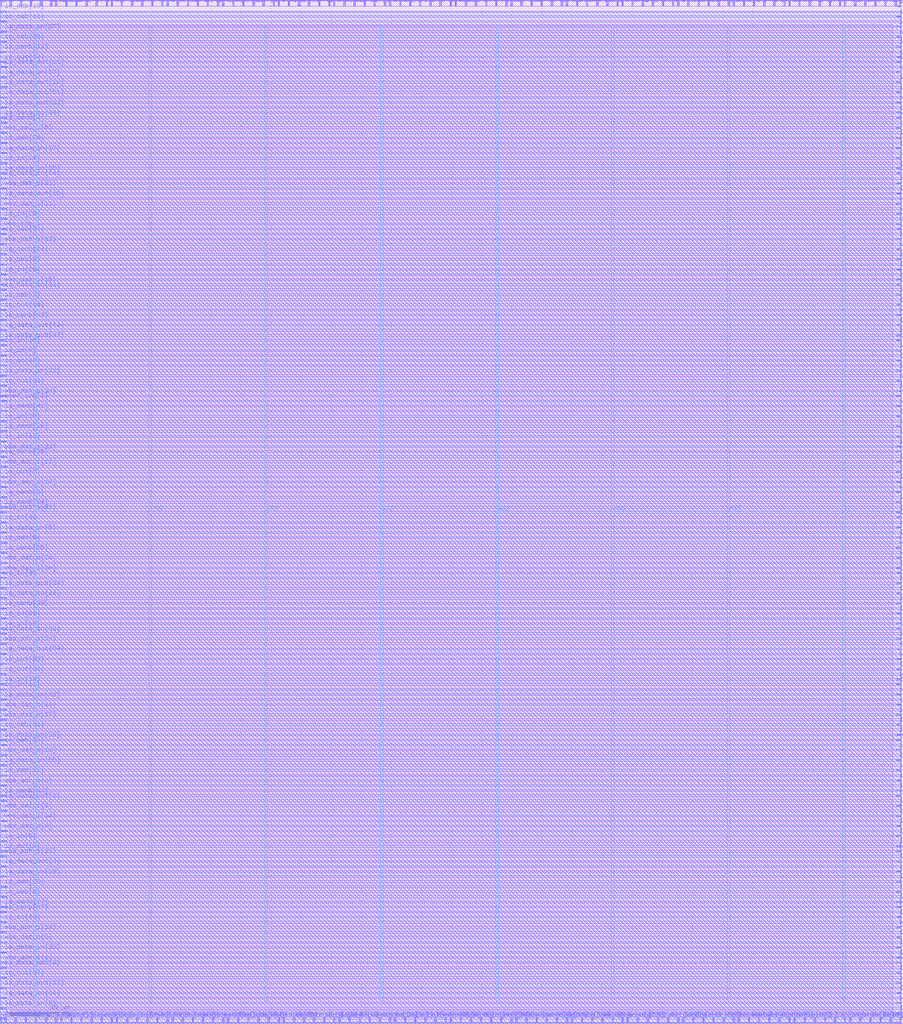
<source format=lef>
VERSION 5.7 ;
  NOWIREEXTENSIONATPIN ON ;
  DIVIDERCHAR "/" ;
  BUSBITCHARS "[]" ;
MACRO tiny_user_project
  CLASS BLOCK ;
  FOREIGN tiny_user_project ;
  ORIGIN 0.000 0.000 ;
  SIZE 600.000 BY 680.000 ;
  PIN io_in[0]
    DIRECTION INPUT ;
    USE SIGNAL ;
    PORT
      LAYER Metal3 ;
        RECT 1.000 443.520 4.000 444.080 ;
    END
  END io_in[0]
  PIN io_in[10]
    DIRECTION INPUT ;
    USE SIGNAL ;
    PORT
      LAYER Metal3 ;
        RECT 1.000 450.240 4.000 450.800 ;
    END
  END io_in[10]
  PIN io_in[11]
    DIRECTION INPUT ;
    USE SIGNAL ;
    PORT
      LAYER Metal3 ;
        RECT 1.000 221.760 4.000 222.320 ;
    END
  END io_in[11]
  PIN io_in[12]
    DIRECTION INPUT ;
    USE SIGNAL ;
    PORT
      LAYER Metal3 ;
        RECT 1.000 386.400 4.000 386.960 ;
    END
  END io_in[12]
  PIN io_in[13]
    DIRECTION INPUT ;
    USE SIGNAL ;
    PORT
      LAYER Metal3 ;
        RECT 1.000 262.080 4.000 262.640 ;
    END
  END io_in[13]
  PIN io_in[14]
    DIRECTION INPUT ;
    USE SIGNAL ;
    PORT
      LAYER Metal3 ;
        RECT 1.000 225.120 4.000 225.680 ;
    END
  END io_in[14]
  PIN io_in[15]
    DIRECTION INPUT ;
    USE SIGNAL ;
    PORT
      LAYER Metal2 ;
        RECT 299.040 676.000 299.600 679.000 ;
    END
  END io_in[15]
  PIN io_in[16]
    DIRECTION INPUT ;
    USE SIGNAL ;
    PORT
      LAYER Metal3 ;
        RECT 596.000 168.000 599.000 168.560 ;
    END
  END io_in[16]
  PIN io_in[17]
    DIRECTION INPUT ;
    USE SIGNAL ;
    PORT
      LAYER Metal3 ;
        RECT 596.000 641.760 599.000 642.320 ;
    END
  END io_in[17]
  PIN io_in[18]
    DIRECTION INPUT ;
    USE SIGNAL ;
    PORT
      LAYER Metal2 ;
        RECT 389.760 676.000 390.320 679.000 ;
    END
  END io_in[18]
  PIN io_in[19]
    DIRECTION INPUT ;
    USE SIGNAL ;
    PORT
      LAYER Metal3 ;
        RECT 596.000 26.880 599.000 27.440 ;
    END
  END io_in[19]
  PIN io_in[1]
    DIRECTION INPUT ;
    USE SIGNAL ;
    PORT
      LAYER Metal2 ;
        RECT 36.960 676.000 37.520 679.000 ;
    END
  END io_in[1]
  PIN io_in[20]
    DIRECTION INPUT ;
    USE SIGNAL ;
    PORT
      LAYER Metal2 ;
        RECT 470.400 676.000 470.960 679.000 ;
    END
  END io_in[20]
  PIN io_in[21]
    DIRECTION INPUT ;
    USE SIGNAL ;
    PORT
      LAYER Metal2 ;
        RECT 450.240 1.000 450.800 4.000 ;
    END
  END io_in[21]
  PIN io_in[22]
    DIRECTION INPUT ;
    USE SIGNAL ;
    PORT
      LAYER Metal2 ;
        RECT 598.080 676.000 598.640 679.000 ;
    END
  END io_in[22]
  PIN io_in[23]
    DIRECTION INPUT ;
    USE SIGNAL ;
    PORT
      LAYER Metal3 ;
        RECT 596.000 594.720 599.000 595.280 ;
    END
  END io_in[23]
  PIN io_in[24]
    DIRECTION INPUT ;
    USE SIGNAL ;
    PORT
      LAYER Metal2 ;
        RECT 527.520 1.000 528.080 4.000 ;
    END
  END io_in[24]
  PIN io_in[25]
    DIRECTION INPUT ;
    USE SIGNAL ;
    PORT
      LAYER Metal2 ;
        RECT 84.000 1.000 84.560 4.000 ;
    END
  END io_in[25]
  PIN io_in[26]
    DIRECTION INPUT ;
    USE SIGNAL ;
    PORT
      LAYER Metal3 ;
        RECT 1.000 534.240 4.000 534.800 ;
    END
  END io_in[26]
  PIN io_in[27]
    DIRECTION INPUT ;
    USE SIGNAL ;
    PORT
      LAYER Metal3 ;
        RECT 1.000 436.800 4.000 437.360 ;
    END
  END io_in[27]
  PIN io_in[28]
    DIRECTION INPUT ;
    USE SIGNAL ;
    PORT
      LAYER Metal3 ;
        RECT 1.000 497.280 4.000 497.840 ;
    END
  END io_in[28]
  PIN io_in[29]
    DIRECTION INPUT ;
    USE SIGNAL ;
    PORT
      LAYER Metal3 ;
        RECT 1.000 399.840 4.000 400.400 ;
    END
  END io_in[29]
  PIN io_in[2]
    DIRECTION INPUT ;
    USE SIGNAL ;
    PORT
      LAYER Metal3 ;
        RECT 596.000 675.360 599.000 675.920 ;
    END
  END io_in[2]
  PIN io_in[30]
    DIRECTION INPUT ;
    USE SIGNAL ;
    PORT
      LAYER Metal2 ;
        RECT 416.640 1.000 417.200 4.000 ;
    END
  END io_in[30]
  PIN io_in[31]
    DIRECTION INPUT ;
    USE SIGNAL ;
    PORT
      LAYER Metal3 ;
        RECT 1.000 268.800 4.000 269.360 ;
    END
  END io_in[31]
  PIN io_in[32]
    DIRECTION INPUT ;
    USE SIGNAL ;
    PORT
      LAYER Metal2 ;
        RECT 540.960 1.000 541.520 4.000 ;
    END
  END io_in[32]
  PIN io_in[33]
    DIRECTION INPUT ;
    USE SIGNAL ;
    PORT
      LAYER Metal3 ;
        RECT 1.000 67.200 4.000 67.760 ;
    END
  END io_in[33]
  PIN io_in[34]
    DIRECTION INPUT ;
    USE SIGNAL ;
    PORT
      LAYER Metal3 ;
        RECT 1.000 571.200 4.000 571.760 ;
    END
  END io_in[34]
  PIN io_in[35]
    DIRECTION INPUT ;
    USE SIGNAL ;
    PORT
      LAYER Metal2 ;
        RECT 530.880 676.000 531.440 679.000 ;
    END
  END io_in[35]
  PIN io_in[36]
    DIRECTION INPUT ;
    USE SIGNAL ;
    PORT
      LAYER Metal3 ;
        RECT 596.000 604.800 599.000 605.360 ;
    END
  END io_in[36]
  PIN io_in[37]
    DIRECTION INPUT ;
    USE SIGNAL ;
    PORT
      LAYER Metal3 ;
        RECT 596.000 527.520 599.000 528.080 ;
    END
  END io_in[37]
  PIN io_in[3]
    DIRECTION INPUT ;
    USE SIGNAL ;
    PORT
      LAYER Metal3 ;
        RECT 596.000 668.640 599.000 669.200 ;
    END
  END io_in[3]
  PIN io_in[4]
    DIRECTION INPUT ;
    USE SIGNAL ;
    PORT
      LAYER Metal3 ;
        RECT 596.000 329.280 599.000 329.840 ;
    END
  END io_in[4]
  PIN io_in[5]
    DIRECTION INPUT ;
    USE SIGNAL ;
    PORT
      LAYER Metal3 ;
        RECT 1.000 120.960 4.000 121.520 ;
    END
  END io_in[5]
  PIN io_in[6]
    DIRECTION INPUT ;
    USE SIGNAL ;
    PORT
      LAYER Metal3 ;
        RECT 596.000 161.280 599.000 161.840 ;
    END
  END io_in[6]
  PIN io_in[7]
    DIRECTION INPUT ;
    USE SIGNAL ;
    PORT
      LAYER Metal2 ;
        RECT 483.840 676.000 484.400 679.000 ;
    END
  END io_in[7]
  PIN io_in[8]
    DIRECTION INPUT ;
    USE SIGNAL ;
    PORT
      LAYER Metal3 ;
        RECT 1.000 295.680 4.000 296.240 ;
    END
  END io_in[8]
  PIN io_in[9]
    DIRECTION INPUT ;
    USE SIGNAL ;
    PORT
      LAYER Metal3 ;
        RECT 1.000 332.640 4.000 333.200 ;
    END
  END io_in[9]
  PIN io_oeb[0]
    DIRECTION OUTPUT TRISTATE ;
    USE SIGNAL ;
    PORT
      LAYER Metal3 ;
        RECT 596.000 490.560 599.000 491.120 ;
    END
  END io_oeb[0]
  PIN io_oeb[10]
    DIRECTION OUTPUT TRISTATE ;
    USE SIGNAL ;
    PORT
      LAYER Metal3 ;
        RECT 596.000 453.600 599.000 454.160 ;
    END
  END io_oeb[10]
  PIN io_oeb[11]
    DIRECTION OUTPUT TRISTATE ;
    USE SIGNAL ;
    PORT
      LAYER Metal3 ;
        RECT 1.000 665.280 4.000 665.840 ;
    END
  END io_oeb[11]
  PIN io_oeb[12]
    DIRECTION OUTPUT TRISTATE ;
    USE SIGNAL ;
    PORT
      LAYER Metal2 ;
        RECT 393.120 1.000 393.680 4.000 ;
    END
  END io_oeb[12]
  PIN io_oeb[13]
    DIRECTION OUTPUT TRISTATE ;
    USE SIGNAL ;
    PORT
      LAYER Metal3 ;
        RECT 1.000 164.640 4.000 165.200 ;
    END
  END io_oeb[13]
  PIN io_oeb[14]
    DIRECTION OUTPUT TRISTATE ;
    USE SIGNAL ;
    PORT
      LAYER Metal2 ;
        RECT 584.640 1.000 585.200 4.000 ;
    END
  END io_oeb[14]
  PIN io_oeb[15]
    DIRECTION OUTPUT TRISTATE ;
    USE SIGNAL ;
    PORT
      LAYER Metal2 ;
        RECT 366.240 676.000 366.800 679.000 ;
    END
  END io_oeb[15]
  PIN io_oeb[16]
    DIRECTION OUTPUT TRISTATE ;
    USE SIGNAL ;
    PORT
      LAYER Metal2 ;
        RECT 184.800 1.000 185.360 4.000 ;
    END
  END io_oeb[16]
  PIN io_oeb[17]
    DIRECTION OUTPUT TRISTATE ;
    USE SIGNAL ;
    PORT
      LAYER Metal2 ;
        RECT 60.480 1.000 61.040 4.000 ;
    END
  END io_oeb[17]
  PIN io_oeb[18]
    DIRECTION OUTPUT TRISTATE ;
    USE SIGNAL ;
    PORT
      LAYER Metal3 ;
        RECT 1.000 672.000 4.000 672.560 ;
    END
  END io_oeb[18]
  PIN io_oeb[19]
    DIRECTION OUTPUT TRISTATE ;
    USE SIGNAL ;
    PORT
      LAYER Metal2 ;
        RECT 184.800 676.000 185.360 679.000 ;
    END
  END io_oeb[19]
  PIN io_oeb[1]
    DIRECTION OUTPUT TRISTATE ;
    USE SIGNAL ;
    PORT
      LAYER Metal2 ;
        RECT 131.040 676.000 131.600 679.000 ;
    END
  END io_oeb[1]
  PIN io_oeb[20]
    DIRECTION OUTPUT TRISTATE ;
    USE SIGNAL ;
    PORT
      LAYER Metal2 ;
        RECT 329.280 676.000 329.840 679.000 ;
    END
  END io_oeb[20]
  PIN io_oeb[21]
    DIRECTION OUTPUT TRISTATE ;
    USE SIGNAL ;
    PORT
      LAYER Metal2 ;
        RECT 547.680 1.000 548.240 4.000 ;
    END
  END io_oeb[21]
  PIN io_oeb[22]
    DIRECTION OUTPUT TRISTATE ;
    USE SIGNAL ;
    PORT
      LAYER Metal3 ;
        RECT 596.000 204.960 599.000 205.520 ;
    END
  END io_oeb[22]
  PIN io_oeb[23]
    DIRECTION OUTPUT TRISTATE ;
    USE SIGNAL ;
    PORT
      LAYER Metal2 ;
        RECT 581.280 676.000 581.840 679.000 ;
    END
  END io_oeb[23]
  PIN io_oeb[24]
    DIRECTION OUTPUT TRISTATE ;
    USE SIGNAL ;
    PORT
      LAYER Metal3 ;
        RECT 1.000 184.800 4.000 185.360 ;
    END
  END io_oeb[24]
  PIN io_oeb[25]
    DIRECTION OUTPUT TRISTATE ;
    USE SIGNAL ;
    PORT
      LAYER Metal3 ;
        RECT 1.000 90.720 4.000 91.280 ;
    END
  END io_oeb[25]
  PIN io_oeb[26]
    DIRECTION OUTPUT TRISTATE ;
    USE SIGNAL ;
    PORT
      LAYER Metal3 ;
        RECT 1.000 584.640 4.000 585.200 ;
    END
  END io_oeb[26]
  PIN io_oeb[27]
    DIRECTION OUTPUT TRISTATE ;
    USE SIGNAL ;
    PORT
      LAYER Metal2 ;
        RECT 534.240 1.000 534.800 4.000 ;
    END
  END io_oeb[27]
  PIN io_oeb[28]
    DIRECTION OUTPUT TRISTATE ;
    USE SIGNAL ;
    PORT
      LAYER Metal3 ;
        RECT 1.000 651.840 4.000 652.400 ;
    END
  END io_oeb[28]
  PIN io_oeb[29]
    DIRECTION OUTPUT TRISTATE ;
    USE SIGNAL ;
    PORT
      LAYER Metal3 ;
        RECT 596.000 366.240 599.000 366.800 ;
    END
  END io_oeb[29]
  PIN io_oeb[2]
    DIRECTION OUTPUT TRISTATE ;
    USE SIGNAL ;
    PORT
      LAYER Metal3 ;
        RECT 596.000 285.600 599.000 286.160 ;
    END
  END io_oeb[2]
  PIN io_oeb[30]
    DIRECTION OUTPUT TRISTATE ;
    USE SIGNAL ;
    PORT
      LAYER Metal3 ;
        RECT 596.000 0.000 599.000 0.560 ;
    END
  END io_oeb[30]
  PIN io_oeb[31]
    DIRECTION OUTPUT TRISTATE ;
    USE SIGNAL ;
    PORT
      LAYER Metal3 ;
        RECT 1.000 194.880 4.000 195.440 ;
    END
  END io_oeb[31]
  PIN io_oeb[32]
    DIRECTION OUTPUT TRISTATE ;
    USE SIGNAL ;
    PORT
      LAYER Metal2 ;
        RECT 520.800 676.000 521.360 679.000 ;
    END
  END io_oeb[32]
  PIN io_oeb[33]
    DIRECTION OUTPUT TRISTATE ;
    USE SIGNAL ;
    PORT
      LAYER Metal3 ;
        RECT 596.000 144.480 599.000 145.040 ;
    END
  END io_oeb[33]
  PIN io_oeb[34]
    DIRECTION OUTPUT TRISTATE ;
    USE SIGNAL ;
    PORT
      LAYER Metal3 ;
        RECT 1.000 524.160 4.000 524.720 ;
    END
  END io_oeb[34]
  PIN io_oeb[35]
    DIRECTION OUTPUT TRISTATE ;
    USE SIGNAL ;
    PORT
      LAYER Metal3 ;
        RECT 596.000 618.240 599.000 618.800 ;
    END
  END io_oeb[35]
  PIN io_oeb[36]
    DIRECTION OUTPUT TRISTATE ;
    USE SIGNAL ;
    PORT
      LAYER Metal2 ;
        RECT 315.840 676.000 316.400 679.000 ;
    END
  END io_oeb[36]
  PIN io_oeb[37]
    DIRECTION OUTPUT TRISTATE ;
    USE SIGNAL ;
    PORT
      LAYER Metal3 ;
        RECT 596.000 299.040 599.000 299.600 ;
    END
  END io_oeb[37]
  PIN io_oeb[3]
    DIRECTION OUTPUT TRISTATE ;
    USE SIGNAL ;
    PORT
      LAYER Metal3 ;
        RECT 1.000 480.480 4.000 481.040 ;
    END
  END io_oeb[3]
  PIN io_oeb[4]
    DIRECTION OUTPUT TRISTATE ;
    USE SIGNAL ;
    PORT
      LAYER Metal3 ;
        RECT 1.000 84.000 4.000 84.560 ;
    END
  END io_oeb[4]
  PIN io_oeb[5]
    DIRECTION OUTPUT TRISTATE ;
    USE SIGNAL ;
    PORT
      LAYER Metal2 ;
        RECT 426.720 676.000 427.280 679.000 ;
    END
  END io_oeb[5]
  PIN io_oeb[6]
    DIRECTION OUTPUT TRISTATE ;
    USE SIGNAL ;
    PORT
      LAYER Metal3 ;
        RECT 1.000 504.000 4.000 504.560 ;
    END
  END io_oeb[6]
  PIN io_oeb[7]
    DIRECTION OUTPUT TRISTATE ;
    USE SIGNAL ;
    PORT
      LAYER Metal2 ;
        RECT 265.440 676.000 266.000 679.000 ;
    END
  END io_oeb[7]
  PIN io_oeb[8]
    DIRECTION OUTPUT TRISTATE ;
    USE SIGNAL ;
    PORT
      LAYER Metal3 ;
        RECT 1.000 319.200 4.000 319.760 ;
    END
  END io_oeb[8]
  PIN io_oeb[9]
    DIRECTION OUTPUT TRISTATE ;
    USE SIGNAL ;
    PORT
      LAYER Metal3 ;
        RECT 596.000 661.920 599.000 662.480 ;
    END
  END io_oeb[9]
  PIN io_out[0]
    DIRECTION OUTPUT TRISTATE ;
    USE SIGNAL ;
    PORT
      LAYER Metal2 ;
        RECT 63.840 676.000 64.400 679.000 ;
    END
  END io_out[0]
  PIN io_out[10]
    DIRECTION OUTPUT TRISTATE ;
    USE SIGNAL ;
    PORT
      LAYER Metal2 ;
        RECT 154.560 676.000 155.120 679.000 ;
    END
  END io_out[10]
  PIN io_out[11]
    DIRECTION OUTPUT TRISTATE ;
    USE SIGNAL ;
    PORT
      LAYER Metal2 ;
        RECT 413.280 1.000 413.840 4.000 ;
    END
  END io_out[11]
  PIN io_out[12]
    DIRECTION OUTPUT TRISTATE ;
    USE SIGNAL ;
    PORT
      LAYER Metal2 ;
        RECT 588.000 676.000 588.560 679.000 ;
    END
  END io_out[12]
  PIN io_out[13]
    DIRECTION OUTPUT TRISTATE ;
    USE SIGNAL ;
    PORT
      LAYER Metal3 ;
        RECT 1.000 638.400 4.000 638.960 ;
    END
  END io_out[13]
  PIN io_out[14]
    DIRECTION OUTPUT TRISTATE ;
    USE SIGNAL ;
    PORT
      LAYER Metal3 ;
        RECT 1.000 473.760 4.000 474.320 ;
    END
  END io_out[14]
  PIN io_out[15]
    DIRECTION OUTPUT TRISTATE ;
    USE SIGNAL ;
    PORT
      LAYER Metal2 ;
        RECT 258.720 1.000 259.280 4.000 ;
    END
  END io_out[15]
  PIN io_out[16]
    DIRECTION OUTPUT TRISTATE ;
    USE SIGNAL ;
    PORT
      LAYER Metal3 ;
        RECT 596.000 574.560 599.000 575.120 ;
    END
  END io_out[16]
  PIN io_out[17]
    DIRECTION OUTPUT TRISTATE ;
    USE SIGNAL ;
    PORT
      LAYER Metal2 ;
        RECT 73.920 1.000 74.480 4.000 ;
    END
  END io_out[17]
  PIN io_out[18]
    DIRECTION OUTPUT TRISTATE ;
    USE SIGNAL ;
    PORT
      LAYER Metal2 ;
        RECT 598.080 1.000 598.640 4.000 ;
    END
  END io_out[18]
  PIN io_out[19]
    DIRECTION OUTPUT TRISTATE ;
    USE SIGNAL ;
    PORT
      LAYER Metal2 ;
        RECT 100.800 676.000 101.360 679.000 ;
    END
  END io_out[19]
  PIN io_out[1]
    DIRECTION OUTPUT TRISTATE ;
    USE SIGNAL ;
    PORT
      LAYER Metal2 ;
        RECT 40.320 1.000 40.880 4.000 ;
    END
  END io_out[1]
  PIN io_out[20]
    DIRECTION OUTPUT TRISTATE ;
    USE SIGNAL ;
    PORT
      LAYER Metal3 ;
        RECT 596.000 100.800 599.000 101.360 ;
    END
  END io_out[20]
  PIN io_out[21]
    DIRECTION OUTPUT TRISTATE ;
    USE SIGNAL ;
    PORT
      LAYER Metal3 ;
        RECT 1.000 423.360 4.000 423.920 ;
    END
  END io_out[21]
  PIN io_out[22]
    DIRECTION OUTPUT TRISTATE ;
    USE SIGNAL ;
    PORT
      LAYER Metal3 ;
        RECT 596.000 181.440 599.000 182.000 ;
    END
  END io_out[22]
  PIN io_out[23]
    DIRECTION OUTPUT TRISTATE ;
    USE SIGNAL ;
    PORT
      LAYER Metal3 ;
        RECT 1.000 238.560 4.000 239.120 ;
    END
  END io_out[23]
  PIN io_out[24]
    DIRECTION OUTPUT TRISTATE ;
    USE SIGNAL ;
    PORT
      LAYER Metal2 ;
        RECT 561.120 1.000 561.680 4.000 ;
    END
  END io_out[24]
  PIN io_out[25]
    DIRECTION OUTPUT TRISTATE ;
    USE SIGNAL ;
    PORT
      LAYER Metal3 ;
        RECT 596.000 57.120 599.000 57.680 ;
    END
  END io_out[25]
  PIN io_out[26]
    DIRECTION OUTPUT TRISTATE ;
    USE SIGNAL ;
    PORT
      LAYER Metal2 ;
        RECT 268.800 1.000 269.360 4.000 ;
    END
  END io_out[26]
  PIN io_out[27]
    DIRECTION OUTPUT TRISTATE ;
    USE SIGNAL ;
    PORT
      LAYER Metal2 ;
        RECT 215.040 1.000 215.600 4.000 ;
    END
  END io_out[27]
  PIN io_out[28]
    DIRECTION OUTPUT TRISTATE ;
    USE SIGNAL ;
    PORT
      LAYER Metal2 ;
        RECT 409.920 676.000 410.480 679.000 ;
    END
  END io_out[28]
  PIN io_out[29]
    DIRECTION OUTPUT TRISTATE ;
    USE SIGNAL ;
    PORT
      LAYER Metal2 ;
        RECT 436.800 1.000 437.360 4.000 ;
    END
  END io_out[29]
  PIN io_out[2]
    DIRECTION OUTPUT TRISTATE ;
    USE SIGNAL ;
    PORT
      LAYER Metal3 ;
        RECT 596.000 265.440 599.000 266.000 ;
    END
  END io_out[2]
  PIN io_out[30]
    DIRECTION OUTPUT TRISTATE ;
    USE SIGNAL ;
    PORT
      LAYER Metal2 ;
        RECT 544.320 676.000 544.880 679.000 ;
    END
  END io_out[30]
  PIN io_out[31]
    DIRECTION OUTPUT TRISTATE ;
    USE SIGNAL ;
    PORT
      LAYER Metal2 ;
        RECT 225.120 1.000 225.680 4.000 ;
    END
  END io_out[31]
  PIN io_out[32]
    DIRECTION OUTPUT TRISTATE ;
    USE SIGNAL ;
    PORT
      LAYER Metal2 ;
        RECT 359.520 676.000 360.080 679.000 ;
    END
  END io_out[32]
  PIN io_out[33]
    DIRECTION OUTPUT TRISTATE ;
    USE SIGNAL ;
    PORT
      LAYER Metal3 ;
        RECT 1.000 231.840 4.000 232.400 ;
    END
  END io_out[33]
  PIN io_out[34]
    DIRECTION OUTPUT TRISTATE ;
    USE SIGNAL ;
    PORT
      LAYER Metal2 ;
        RECT 423.360 1.000 423.920 4.000 ;
    END
  END io_out[34]
  PIN io_out[35]
    DIRECTION OUTPUT TRISTATE ;
    USE SIGNAL ;
    PORT
      LAYER Metal2 ;
        RECT 379.680 1.000 380.240 4.000 ;
    END
  END io_out[35]
  PIN io_out[36]
    DIRECTION OUTPUT TRISTATE ;
    USE SIGNAL ;
    PORT
      LAYER Metal2 ;
        RECT 151.200 1.000 151.760 4.000 ;
    END
  END io_out[36]
  PIN io_out[37]
    DIRECTION OUTPUT TRISTATE ;
    USE SIGNAL ;
    PORT
      LAYER Metal3 ;
        RECT 1.000 30.240 4.000 30.800 ;
    END
  END io_out[37]
  PIN io_out[3]
    DIRECTION OUTPUT TRISTATE ;
    USE SIGNAL ;
    PORT
      LAYER Metal2 ;
        RECT 255.360 676.000 255.920 679.000 ;
    END
  END io_out[3]
  PIN io_out[4]
    DIRECTION OUTPUT TRISTATE ;
    USE SIGNAL ;
    PORT
      LAYER Metal2 ;
        RECT 295.680 1.000 296.240 4.000 ;
    END
  END io_out[4]
  PIN io_out[5]
    DIRECTION OUTPUT TRISTATE ;
    USE SIGNAL ;
    PORT
      LAYER Metal2 ;
        RECT 228.480 676.000 229.040 679.000 ;
    END
  END io_out[5]
  PIN io_out[6]
    DIRECTION OUTPUT TRISTATE ;
    USE SIGNAL ;
    PORT
      LAYER Metal3 ;
        RECT 1.000 114.240 4.000 114.800 ;
    END
  END io_out[6]
  PIN io_out[7]
    DIRECTION OUTPUT TRISTATE ;
    USE SIGNAL ;
    PORT
      LAYER Metal3 ;
        RECT 1.000 362.880 4.000 363.440 ;
    END
  END io_out[7]
  PIN io_out[8]
    DIRECTION OUTPUT TRISTATE ;
    USE SIGNAL ;
    PORT
      LAYER Metal2 ;
        RECT 467.040 1.000 467.600 4.000 ;
    END
  END io_out[8]
  PIN io_out[9]
    DIRECTION OUTPUT TRISTATE ;
    USE SIGNAL ;
    PORT
      LAYER Metal2 ;
        RECT 164.640 1.000 165.200 4.000 ;
    END
  END io_out[9]
  PIN la_data_in[0]
    DIRECTION INPUT ;
    USE SIGNAL ;
    PORT
      LAYER Metal3 ;
        RECT 1.000 325.920 4.000 326.480 ;
    END
  END la_data_in[0]
  PIN la_data_in[10]
    DIRECTION INPUT ;
    USE SIGNAL ;
    PORT
      LAYER Metal3 ;
        RECT 596.000 638.400 599.000 638.960 ;
    END
  END la_data_in[10]
  PIN la_data_in[11]
    DIRECTION INPUT ;
    USE SIGNAL ;
    PORT
      LAYER Metal3 ;
        RECT 596.000 322.560 599.000 323.120 ;
    END
  END la_data_in[11]
  PIN la_data_in[12]
    DIRECTION INPUT ;
    USE SIGNAL ;
    PORT
      LAYER Metal2 ;
        RECT 194.880 1.000 195.440 4.000 ;
    END
  END la_data_in[12]
  PIN la_data_in[13]
    DIRECTION INPUT ;
    USE SIGNAL ;
    PORT
      LAYER Metal2 ;
        RECT 218.400 676.000 218.960 679.000 ;
    END
  END la_data_in[13]
  PIN la_data_in[14]
    DIRECTION INPUT ;
    USE SIGNAL ;
    PORT
      LAYER Metal3 ;
        RECT 1.000 561.120 4.000 561.680 ;
    END
  END la_data_in[14]
  PIN la_data_in[15]
    DIRECTION INPUT ;
    USE SIGNAL ;
    PORT
      LAYER Metal3 ;
        RECT 596.000 500.640 599.000 501.200 ;
    END
  END la_data_in[15]
  PIN la_data_in[16]
    DIRECTION INPUT ;
    USE SIGNAL ;
    PORT
      LAYER Metal2 ;
        RECT 20.160 676.000 20.720 679.000 ;
    END
  END la_data_in[16]
  PIN la_data_in[17]
    DIRECTION INPUT ;
    USE SIGNAL ;
    PORT
      LAYER Metal3 ;
        RECT 596.000 137.760 599.000 138.320 ;
    END
  END la_data_in[17]
  PIN la_data_in[18]
    DIRECTION INPUT ;
    USE SIGNAL ;
    PORT
      LAYER Metal2 ;
        RECT 278.880 676.000 279.440 679.000 ;
    END
  END la_data_in[18]
  PIN la_data_in[19]
    DIRECTION INPUT ;
    USE SIGNAL ;
    PORT
      LAYER Metal3 ;
        RECT 1.000 97.440 4.000 98.000 ;
    END
  END la_data_in[19]
  PIN la_data_in[1]
    DIRECTION INPUT ;
    USE SIGNAL ;
    PORT
      LAYER Metal2 ;
        RECT 107.520 676.000 108.080 679.000 ;
    END
  END la_data_in[1]
  PIN la_data_in[20]
    DIRECTION INPUT ;
    USE SIGNAL ;
    PORT
      LAYER Metal3 ;
        RECT 596.000 174.720 599.000 175.280 ;
    END
  END la_data_in[20]
  PIN la_data_in[21]
    DIRECTION INPUT ;
    USE SIGNAL ;
    PORT
      LAYER Metal3 ;
        RECT 1.000 487.200 4.000 487.760 ;
    END
  END la_data_in[21]
  PIN la_data_in[22]
    DIRECTION INPUT ;
    USE SIGNAL ;
    PORT
      LAYER Metal3 ;
        RECT 1.000 282.240 4.000 282.800 ;
    END
  END la_data_in[22]
  PIN la_data_in[23]
    DIRECTION INPUT ;
    USE SIGNAL ;
    PORT
      LAYER Metal3 ;
        RECT 596.000 520.800 599.000 521.360 ;
    END
  END la_data_in[23]
  PIN la_data_in[24]
    DIRECTION INPUT ;
    USE SIGNAL ;
    PORT
      LAYER Metal2 ;
        RECT 285.600 676.000 286.160 679.000 ;
    END
  END la_data_in[24]
  PIN la_data_in[25]
    DIRECTION INPUT ;
    USE SIGNAL ;
    PORT
      LAYER Metal2 ;
        RECT 94.080 676.000 94.640 679.000 ;
    END
  END la_data_in[25]
  PIN la_data_in[26]
    DIRECTION INPUT ;
    USE SIGNAL ;
    PORT
      LAYER Metal2 ;
        RECT 352.800 676.000 353.360 679.000 ;
    END
  END la_data_in[26]
  PIN la_data_in[27]
    DIRECTION INPUT ;
    USE SIGNAL ;
    PORT
      LAYER Metal3 ;
        RECT 1.000 577.920 4.000 578.480 ;
    END
  END la_data_in[27]
  PIN la_data_in[28]
    DIRECTION INPUT ;
    USE SIGNAL ;
    PORT
      LAYER Metal3 ;
        RECT 1.000 601.440 4.000 602.000 ;
    END
  END la_data_in[28]
  PIN la_data_in[29]
    DIRECTION INPUT ;
    USE SIGNAL ;
    PORT
      LAYER Metal3 ;
        RECT 596.000 198.240 599.000 198.800 ;
    END
  END la_data_in[29]
  PIN la_data_in[2]
    DIRECTION INPUT ;
    USE SIGNAL ;
    PORT
      LAYER Metal2 ;
        RECT 241.920 676.000 242.480 679.000 ;
    END
  END la_data_in[2]
  PIN la_data_in[30]
    DIRECTION INPUT ;
    USE SIGNAL ;
    PORT
      LAYER Metal3 ;
        RECT 1.000 47.040 4.000 47.600 ;
    END
  END la_data_in[30]
  PIN la_data_in[31]
    DIRECTION INPUT ;
    USE SIGNAL ;
    PORT
      LAYER Metal2 ;
        RECT 500.640 676.000 501.200 679.000 ;
    END
  END la_data_in[31]
  PIN la_data_in[32]
    DIRECTION INPUT ;
    USE SIGNAL ;
    PORT
      LAYER Metal3 ;
        RECT 1.000 258.720 4.000 259.280 ;
    END
  END la_data_in[32]
  PIN la_data_in[33]
    DIRECTION INPUT ;
    USE SIGNAL ;
    PORT
      LAYER Metal3 ;
        RECT 1.000 430.080 4.000 430.640 ;
    END
  END la_data_in[33]
  PIN la_data_in[34]
    DIRECTION INPUT ;
    USE SIGNAL ;
    PORT
      LAYER Metal2 ;
        RECT 6.720 676.000 7.280 679.000 ;
    END
  END la_data_in[34]
  PIN la_data_in[35]
    DIRECTION INPUT ;
    USE SIGNAL ;
    PORT
      LAYER Metal3 ;
        RECT 1.000 564.480 4.000 565.040 ;
    END
  END la_data_in[35]
  PIN la_data_in[36]
    DIRECTION INPUT ;
    USE SIGNAL ;
    PORT
      LAYER Metal2 ;
        RECT 453.600 1.000 454.160 4.000 ;
    END
  END la_data_in[36]
  PIN la_data_in[37]
    DIRECTION INPUT ;
    USE SIGNAL ;
    PORT
      LAYER Metal3 ;
        RECT 1.000 628.320 4.000 628.880 ;
    END
  END la_data_in[37]
  PIN la_data_in[38]
    DIRECTION INPUT ;
    USE SIGNAL ;
    PORT
      LAYER Metal2 ;
        RECT 288.960 1.000 289.520 4.000 ;
    END
  END la_data_in[38]
  PIN la_data_in[39]
    DIRECTION INPUT ;
    USE SIGNAL ;
    PORT
      LAYER Metal2 ;
        RECT 309.120 676.000 309.680 679.000 ;
    END
  END la_data_in[39]
  PIN la_data_in[3]
    DIRECTION INPUT ;
    USE SIGNAL ;
    PORT
      LAYER Metal3 ;
        RECT 596.000 389.760 599.000 390.320 ;
    END
  END la_data_in[3]
  PIN la_data_in[40]
    DIRECTION INPUT ;
    USE SIGNAL ;
    PORT
      LAYER Metal2 ;
        RECT 221.760 1.000 222.320 4.000 ;
    END
  END la_data_in[40]
  PIN la_data_in[41]
    DIRECTION INPUT ;
    USE SIGNAL ;
    PORT
      LAYER Metal2 ;
        RECT 305.760 1.000 306.320 4.000 ;
    END
  END la_data_in[41]
  PIN la_data_in[42]
    DIRECTION INPUT ;
    USE SIGNAL ;
    PORT
      LAYER Metal3 ;
        RECT 1.000 215.040 4.000 215.600 ;
    END
  END la_data_in[42]
  PIN la_data_in[43]
    DIRECTION INPUT ;
    USE SIGNAL ;
    PORT
      LAYER Metal2 ;
        RECT 561.120 676.000 561.680 679.000 ;
    END
  END la_data_in[43]
  PIN la_data_in[44]
    DIRECTION INPUT ;
    USE SIGNAL ;
    PORT
      LAYER Metal3 ;
        RECT 596.000 43.680 599.000 44.240 ;
    END
  END la_data_in[44]
  PIN la_data_in[45]
    DIRECTION INPUT ;
    USE SIGNAL ;
    PORT
      LAYER Metal2 ;
        RECT 208.320 1.000 208.880 4.000 ;
    END
  END la_data_in[45]
  PIN la_data_in[46]
    DIRECTION INPUT ;
    USE SIGNAL ;
    PORT
      LAYER Metal3 ;
        RECT 596.000 507.360 599.000 507.920 ;
    END
  END la_data_in[46]
  PIN la_data_in[47]
    DIRECTION INPUT ;
    USE SIGNAL ;
    PORT
      LAYER Metal2 ;
        RECT 399.840 1.000 400.400 4.000 ;
    END
  END la_data_in[47]
  PIN la_data_in[48]
    DIRECTION INPUT ;
    USE SIGNAL ;
    PORT
      LAYER Metal2 ;
        RECT 258.720 676.000 259.280 679.000 ;
    END
  END la_data_in[48]
  PIN la_data_in[49]
    DIRECTION INPUT ;
    USE SIGNAL ;
    PORT
      LAYER Metal2 ;
        RECT 204.960 676.000 205.520 679.000 ;
    END
  END la_data_in[49]
  PIN la_data_in[4]
    DIRECTION INPUT ;
    USE SIGNAL ;
    PORT
      LAYER Metal2 ;
        RECT 13.440 676.000 14.000 679.000 ;
    END
  END la_data_in[4]
  PIN la_data_in[50]
    DIRECTION INPUT ;
    USE SIGNAL ;
    PORT
      LAYER Metal2 ;
        RECT 211.680 676.000 212.240 679.000 ;
    END
  END la_data_in[50]
  PIN la_data_in[51]
    DIRECTION INPUT ;
    USE SIGNAL ;
    PORT
      LAYER Metal2 ;
        RECT 299.040 1.000 299.600 4.000 ;
    END
  END la_data_in[51]
  PIN la_data_in[52]
    DIRECTION INPUT ;
    USE SIGNAL ;
    PORT
      LAYER Metal3 ;
        RECT 596.000 255.360 599.000 255.920 ;
    END
  END la_data_in[52]
  PIN la_data_in[53]
    DIRECTION INPUT ;
    USE SIGNAL ;
    PORT
      LAYER Metal2 ;
        RECT 456.960 676.000 457.520 679.000 ;
    END
  END la_data_in[53]
  PIN la_data_in[54]
    DIRECTION INPUT ;
    USE SIGNAL ;
    PORT
      LAYER Metal2 ;
        RECT 413.280 676.000 413.840 679.000 ;
    END
  END la_data_in[54]
  PIN la_data_in[55]
    DIRECTION INPUT ;
    USE SIGNAL ;
    PORT
      LAYER Metal3 ;
        RECT 1.000 171.360 4.000 171.920 ;
    END
  END la_data_in[55]
  PIN la_data_in[56]
    DIRECTION INPUT ;
    USE SIGNAL ;
    PORT
      LAYER Metal3 ;
        RECT 1.000 188.160 4.000 188.720 ;
    END
  END la_data_in[56]
  PIN la_data_in[57]
    DIRECTION INPUT ;
    USE SIGNAL ;
    PORT
      LAYER Metal3 ;
        RECT 1.000 658.560 4.000 659.120 ;
    END
  END la_data_in[57]
  PIN la_data_in[58]
    DIRECTION INPUT ;
    USE SIGNAL ;
    PORT
      LAYER Metal2 ;
        RECT 231.840 1.000 232.400 4.000 ;
    END
  END la_data_in[58]
  PIN la_data_in[59]
    DIRECTION INPUT ;
    USE SIGNAL ;
    PORT
      LAYER Metal3 ;
        RECT 596.000 624.960 599.000 625.520 ;
    END
  END la_data_in[59]
  PIN la_data_in[5]
    DIRECTION INPUT ;
    USE SIGNAL ;
    PORT
      LAYER Metal2 ;
        RECT 110.880 1.000 111.440 4.000 ;
    END
  END la_data_in[5]
  PIN la_data_in[60]
    DIRECTION INPUT ;
    USE SIGNAL ;
    PORT
      LAYER Metal3 ;
        RECT 596.000 463.680 599.000 464.240 ;
    END
  END la_data_in[60]
  PIN la_data_in[61]
    DIRECTION INPUT ;
    USE SIGNAL ;
    PORT
      LAYER Metal3 ;
        RECT 1.000 16.800 4.000 17.360 ;
    END
  END la_data_in[61]
  PIN la_data_in[62]
    DIRECTION INPUT ;
    USE SIGNAL ;
    PORT
      LAYER Metal2 ;
        RECT 376.320 1.000 376.880 4.000 ;
    END
  END la_data_in[62]
  PIN la_data_in[63]
    DIRECTION INPUT ;
    USE SIGNAL ;
    PORT
      LAYER Metal2 ;
        RECT 124.320 676.000 124.880 679.000 ;
    END
  END la_data_in[63]
  PIN la_data_in[6]
    DIRECTION INPUT ;
    USE SIGNAL ;
    PORT
      LAYER Metal2 ;
        RECT 127.680 1.000 128.240 4.000 ;
    END
  END la_data_in[6]
  PIN la_data_in[7]
    DIRECTION INPUT ;
    USE SIGNAL ;
    PORT
      LAYER Metal3 ;
        RECT 596.000 272.160 599.000 272.720 ;
    END
  END la_data_in[7]
  PIN la_data_in[8]
    DIRECTION INPUT ;
    USE SIGNAL ;
    PORT
      LAYER Metal3 ;
        RECT 1.000 10.080 4.000 10.640 ;
    END
  END la_data_in[8]
  PIN la_data_in[9]
    DIRECTION INPUT ;
    USE SIGNAL ;
    PORT
      LAYER Metal2 ;
        RECT 537.600 676.000 538.160 679.000 ;
    END
  END la_data_in[9]
  PIN la_data_out[0]
    DIRECTION OUTPUT TRISTATE ;
    USE SIGNAL ;
    PORT
      LAYER Metal2 ;
        RECT 514.080 676.000 514.640 679.000 ;
    END
  END la_data_out[0]
  PIN la_data_out[10]
    DIRECTION OUTPUT TRISTATE ;
    USE SIGNAL ;
    PORT
      LAYER Metal3 ;
        RECT 596.000 383.040 599.000 383.600 ;
    END
  END la_data_out[10]
  PIN la_data_out[11]
    DIRECTION OUTPUT TRISTATE ;
    USE SIGNAL ;
    PORT
      LAYER Metal3 ;
        RECT 1.000 23.520 4.000 24.080 ;
    END
  END la_data_out[11]
  PIN la_data_out[12]
    DIRECTION OUTPUT TRISTATE ;
    USE SIGNAL ;
    PORT
      LAYER Metal3 ;
        RECT 1.000 460.320 4.000 460.880 ;
    END
  END la_data_out[12]
  PIN la_data_out[13]
    DIRECTION OUTPUT TRISTATE ;
    USE SIGNAL ;
    PORT
      LAYER Metal2 ;
        RECT 238.560 1.000 239.120 4.000 ;
    END
  END la_data_out[13]
  PIN la_data_out[14]
    DIRECTION OUTPUT TRISTATE ;
    USE SIGNAL ;
    PORT
      LAYER Metal3 ;
        RECT 596.000 302.400 599.000 302.960 ;
    END
  END la_data_out[14]
  PIN la_data_out[15]
    DIRECTION OUTPUT TRISTATE ;
    USE SIGNAL ;
    PORT
      LAYER Metal3 ;
        RECT 1.000 547.680 4.000 548.240 ;
    END
  END la_data_out[15]
  PIN la_data_out[16]
    DIRECTION OUTPUT TRISTATE ;
    USE SIGNAL ;
    PORT
      LAYER Metal3 ;
        RECT 596.000 396.480 599.000 397.040 ;
    END
  END la_data_out[16]
  PIN la_data_out[17]
    DIRECTION OUTPUT TRISTATE ;
    USE SIGNAL ;
    PORT
      LAYER Metal2 ;
        RECT 272.160 676.000 272.720 679.000 ;
    END
  END la_data_out[17]
  PIN la_data_out[18]
    DIRECTION OUTPUT TRISTATE ;
    USE SIGNAL ;
    PORT
      LAYER Metal3 ;
        RECT 596.000 567.840 599.000 568.400 ;
    END
  END la_data_out[18]
  PIN la_data_out[19]
    DIRECTION OUTPUT TRISTATE ;
    USE SIGNAL ;
    PORT
      LAYER Metal2 ;
        RECT 339.360 1.000 339.920 4.000 ;
    END
  END la_data_out[19]
  PIN la_data_out[1]
    DIRECTION OUTPUT TRISTATE ;
    USE SIGNAL ;
    PORT
      LAYER Metal3 ;
        RECT 596.000 339.360 599.000 339.920 ;
    END
  END la_data_out[1]
  PIN la_data_out[20]
    DIRECTION OUTPUT TRISTATE ;
    USE SIGNAL ;
    PORT
      LAYER Metal3 ;
        RECT 596.000 131.040 599.000 131.600 ;
    END
  END la_data_out[20]
  PIN la_data_out[21]
    DIRECTION OUTPUT TRISTATE ;
    USE SIGNAL ;
    PORT
      LAYER Metal3 ;
        RECT 1.000 635.040 4.000 635.600 ;
    END
  END la_data_out[21]
  PIN la_data_out[22]
    DIRECTION OUTPUT TRISTATE ;
    USE SIGNAL ;
    PORT
      LAYER Metal3 ;
        RECT 596.000 440.160 599.000 440.720 ;
    END
  END la_data_out[22]
  PIN la_data_out[23]
    DIRECTION OUTPUT TRISTATE ;
    USE SIGNAL ;
    PORT
      LAYER Metal2 ;
        RECT 188.160 1.000 188.720 4.000 ;
    END
  END la_data_out[23]
  PIN la_data_out[24]
    DIRECTION OUTPUT TRISTATE ;
    USE SIGNAL ;
    PORT
      LAYER Metal3 ;
        RECT 1.000 288.960 4.000 289.520 ;
    END
  END la_data_out[24]
  PIN la_data_out[25]
    DIRECTION OUTPUT TRISTATE ;
    USE SIGNAL ;
    PORT
      LAYER Metal2 ;
        RECT 342.720 1.000 343.280 4.000 ;
    END
  END la_data_out[25]
  PIN la_data_out[26]
    DIRECTION OUTPUT TRISTATE ;
    USE SIGNAL ;
    PORT
      LAYER Metal3 ;
        RECT 1.000 621.600 4.000 622.160 ;
    END
  END la_data_out[26]
  PIN la_data_out[27]
    DIRECTION OUTPUT TRISTATE ;
    USE SIGNAL ;
    PORT
      LAYER Metal2 ;
        RECT 346.080 676.000 346.640 679.000 ;
    END
  END la_data_out[27]
  PIN la_data_out[28]
    DIRECTION OUTPUT TRISTATE ;
    USE SIGNAL ;
    PORT
      LAYER Metal3 ;
        RECT 596.000 551.040 599.000 551.600 ;
    END
  END la_data_out[28]
  PIN la_data_out[29]
    DIRECTION OUTPUT TRISTATE ;
    USE SIGNAL ;
    PORT
      LAYER Metal2 ;
        RECT 275.520 1.000 276.080 4.000 ;
    END
  END la_data_out[29]
  PIN la_data_out[2]
    DIRECTION OUTPUT TRISTATE ;
    USE SIGNAL ;
    PORT
      LAYER Metal3 ;
        RECT 1.000 147.840 4.000 148.400 ;
    END
  END la_data_out[2]
  PIN la_data_out[30]
    DIRECTION OUTPUT TRISTATE ;
    USE SIGNAL ;
    PORT
      LAYER Metal3 ;
        RECT 596.000 336.000 599.000 336.560 ;
    END
  END la_data_out[30]
  PIN la_data_out[31]
    DIRECTION OUTPUT TRISTATE ;
    USE SIGNAL ;
    PORT
      LAYER Metal3 ;
        RECT 596.000 70.560 599.000 71.120 ;
    END
  END la_data_out[31]
  PIN la_data_out[32]
    DIRECTION OUTPUT TRISTATE ;
    USE SIGNAL ;
    PORT
      LAYER Metal2 ;
        RECT 336.000 676.000 336.560 679.000 ;
    END
  END la_data_out[32]
  PIN la_data_out[33]
    DIRECTION OUTPUT TRISTATE ;
    USE SIGNAL ;
    PORT
      LAYER Metal3 ;
        RECT 596.000 154.560 599.000 155.120 ;
    END
  END la_data_out[33]
  PIN la_data_out[34]
    DIRECTION OUTPUT TRISTATE ;
    USE SIGNAL ;
    PORT
      LAYER Metal2 ;
        RECT 312.480 1.000 313.040 4.000 ;
    END
  END la_data_out[34]
  PIN la_data_out[35]
    DIRECTION OUTPUT TRISTATE ;
    USE SIGNAL ;
    PORT
      LAYER Metal2 ;
        RECT 302.400 676.000 302.960 679.000 ;
    END
  END la_data_out[35]
  PIN la_data_out[36]
    DIRECTION OUTPUT TRISTATE ;
    USE SIGNAL ;
    PORT
      LAYER Metal3 ;
        RECT 596.000 557.760 599.000 558.320 ;
    END
  END la_data_out[36]
  PIN la_data_out[37]
    DIRECTION OUTPUT TRISTATE ;
    USE SIGNAL ;
    PORT
      LAYER Metal3 ;
        RECT 596.000 292.320 599.000 292.880 ;
    END
  END la_data_out[37]
  PIN la_data_out[38]
    DIRECTION OUTPUT TRISTATE ;
    USE SIGNAL ;
    PORT
      LAYER Metal3 ;
        RECT 596.000 50.400 599.000 50.960 ;
    END
  END la_data_out[38]
  PIN la_data_out[39]
    DIRECTION OUTPUT TRISTATE ;
    USE SIGNAL ;
    PORT
      LAYER Metal3 ;
        RECT 596.000 124.320 599.000 124.880 ;
    END
  END la_data_out[39]
  PIN la_data_out[3]
    DIRECTION OUTPUT TRISTATE ;
    USE SIGNAL ;
    PORT
      LAYER Metal3 ;
        RECT 1.000 104.160 4.000 104.720 ;
    END
  END la_data_out[3]
  PIN la_data_out[40]
    DIRECTION OUTPUT TRISTATE ;
    USE SIGNAL ;
    PORT
      LAYER Metal3 ;
        RECT 596.000 20.160 599.000 20.720 ;
    END
  END la_data_out[40]
  PIN la_data_out[41]
    DIRECTION OUTPUT TRISTATE ;
    USE SIGNAL ;
    PORT
      LAYER Metal3 ;
        RECT 596.000 235.200 599.000 235.760 ;
    END
  END la_data_out[41]
  PIN la_data_out[42]
    DIRECTION OUTPUT TRISTATE ;
    USE SIGNAL ;
    PORT
      LAYER Metal3 ;
        RECT 596.000 581.280 599.000 581.840 ;
    END
  END la_data_out[42]
  PIN la_data_out[43]
    DIRECTION OUTPUT TRISTATE ;
    USE SIGNAL ;
    PORT
      LAYER Metal2 ;
        RECT 36.960 1.000 37.520 4.000 ;
    END
  END la_data_out[43]
  PIN la_data_out[44]
    DIRECTION OUTPUT TRISTATE ;
    USE SIGNAL ;
    PORT
      LAYER Metal2 ;
        RECT 262.080 1.000 262.640 4.000 ;
    END
  END la_data_out[44]
  PIN la_data_out[45]
    DIRECTION OUTPUT TRISTATE ;
    USE SIGNAL ;
    PORT
      LAYER Metal2 ;
        RECT 57.120 676.000 57.680 679.000 ;
    END
  END la_data_out[45]
  PIN la_data_out[46]
    DIRECTION OUTPUT TRISTATE ;
    USE SIGNAL ;
    PORT
      LAYER Metal2 ;
        RECT 50.400 676.000 50.960 679.000 ;
    END
  END la_data_out[46]
  PIN la_data_out[47]
    DIRECTION OUTPUT TRISTATE ;
    USE SIGNAL ;
    PORT
      LAYER Metal3 ;
        RECT 1.000 453.600 4.000 454.160 ;
    END
  END la_data_out[47]
  PIN la_data_out[48]
    DIRECTION OUTPUT TRISTATE ;
    USE SIGNAL ;
    PORT
      LAYER Metal2 ;
        RECT 147.840 1.000 148.400 4.000 ;
    END
  END la_data_out[48]
  PIN la_data_out[49]
    DIRECTION OUTPUT TRISTATE ;
    USE SIGNAL ;
    PORT
      LAYER Metal2 ;
        RECT 577.920 1.000 578.480 4.000 ;
    END
  END la_data_out[49]
  PIN la_data_out[4]
    DIRECTION OUTPUT TRISTATE ;
    USE SIGNAL ;
    PORT
      LAYER Metal2 ;
        RECT 322.560 676.000 323.120 679.000 ;
    END
  END la_data_out[4]
  PIN la_data_out[50]
    DIRECTION OUTPUT TRISTATE ;
    USE SIGNAL ;
    PORT
      LAYER Metal2 ;
        RECT 181.440 676.000 182.000 679.000 ;
    END
  END la_data_out[50]
  PIN la_data_out[51]
    DIRECTION OUTPUT TRISTATE ;
    USE SIGNAL ;
    PORT
      LAYER Metal3 ;
        RECT 1.000 614.880 4.000 615.440 ;
    END
  END la_data_out[51]
  PIN la_data_out[52]
    DIRECTION OUTPUT TRISTATE ;
    USE SIGNAL ;
    PORT
      LAYER Metal3 ;
        RECT 596.000 80.640 599.000 81.200 ;
    END
  END la_data_out[52]
  PIN la_data_out[53]
    DIRECTION OUTPUT TRISTATE ;
    USE SIGNAL ;
    PORT
      LAYER Metal3 ;
        RECT 1.000 608.160 4.000 608.720 ;
    END
  END la_data_out[53]
  PIN la_data_out[54]
    DIRECTION OUTPUT TRISTATE ;
    USE SIGNAL ;
    PORT
      LAYER Metal3 ;
        RECT 596.000 477.120 599.000 477.680 ;
    END
  END la_data_out[54]
  PIN la_data_out[55]
    DIRECTION OUTPUT TRISTATE ;
    USE SIGNAL ;
    PORT
      LAYER Metal2 ;
        RECT 198.240 676.000 198.800 679.000 ;
    END
  END la_data_out[55]
  PIN la_data_out[56]
    DIRECTION OUTPUT TRISTATE ;
    USE SIGNAL ;
    PORT
      LAYER Metal3 ;
        RECT 596.000 191.520 599.000 192.080 ;
    END
  END la_data_out[56]
  PIN la_data_out[57]
    DIRECTION OUTPUT TRISTATE ;
    USE SIGNAL ;
    PORT
      LAYER Metal2 ;
        RECT 446.880 676.000 447.440 679.000 ;
    END
  END la_data_out[57]
  PIN la_data_out[58]
    DIRECTION OUTPUT TRISTATE ;
    USE SIGNAL ;
    PORT
      LAYER Metal3 ;
        RECT 596.000 483.840 599.000 484.400 ;
    END
  END la_data_out[58]
  PIN la_data_out[59]
    DIRECTION OUTPUT TRISTATE ;
    USE SIGNAL ;
    PORT
      LAYER Metal3 ;
        RECT 1.000 245.280 4.000 245.840 ;
    END
  END la_data_out[59]
  PIN la_data_out[5]
    DIRECTION OUTPUT TRISTATE ;
    USE SIGNAL ;
    PORT
      LAYER Metal3 ;
        RECT 596.000 420.000 599.000 420.560 ;
    END
  END la_data_out[5]
  PIN la_data_out[60]
    DIRECTION OUTPUT TRISTATE ;
    USE SIGNAL ;
    PORT
      LAYER Metal2 ;
        RECT 477.120 676.000 477.680 679.000 ;
    END
  END la_data_out[60]
  PIN la_data_out[61]
    DIRECTION OUTPUT TRISTATE ;
    USE SIGNAL ;
    PORT
      LAYER Metal2 ;
        RECT 171.360 1.000 171.920 4.000 ;
    END
  END la_data_out[61]
  PIN la_data_out[62]
    DIRECTION OUTPUT TRISTATE ;
    USE SIGNAL ;
    PORT
      LAYER Metal2 ;
        RECT 554.400 1.000 554.960 4.000 ;
    END
  END la_data_out[62]
  PIN la_data_out[63]
    DIRECTION OUTPUT TRISTATE ;
    USE SIGNAL ;
    PORT
      LAYER Metal3 ;
        RECT 596.000 87.360 599.000 87.920 ;
    END
  END la_data_out[63]
  PIN la_data_out[6]
    DIRECTION OUTPUT TRISTATE ;
    USE SIGNAL ;
    PORT
      LAYER Metal3 ;
        RECT 596.000 225.120 599.000 225.680 ;
    END
  END la_data_out[6]
  PIN la_data_out[7]
    DIRECTION OUTPUT TRISTATE ;
    USE SIGNAL ;
    PORT
      LAYER Metal2 ;
        RECT 574.560 676.000 575.120 679.000 ;
    END
  END la_data_out[7]
  PIN la_data_out[8]
    DIRECTION OUTPUT TRISTATE ;
    USE SIGNAL ;
    PORT
      LAYER Metal3 ;
        RECT 1.000 36.960 4.000 37.520 ;
    END
  END la_data_out[8]
  PIN la_data_out[9]
    DIRECTION OUTPUT TRISTATE ;
    USE SIGNAL ;
    PORT
      LAYER Metal3 ;
        RECT 596.000 346.080 599.000 346.640 ;
    END
  END la_data_out[9]
  PIN la_oenb[0]
    DIRECTION INPUT ;
    USE SIGNAL ;
    PORT
      LAYER Metal3 ;
        RECT 596.000 278.880 599.000 279.440 ;
    END
  END la_oenb[0]
  PIN la_oenb[10]
    DIRECTION INPUT ;
    USE SIGNAL ;
    PORT
      LAYER Metal3 ;
        RECT 596.000 493.920 599.000 494.480 ;
    END
  END la_oenb[10]
  PIN la_oenb[11]
    DIRECTION INPUT ;
    USE SIGNAL ;
    PORT
      LAYER Metal3 ;
        RECT 596.000 403.200 599.000 403.760 ;
    END
  END la_oenb[11]
  PIN la_oenb[12]
    DIRECTION INPUT ;
    USE SIGNAL ;
    PORT
      LAYER Metal3 ;
        RECT 1.000 645.120 4.000 645.680 ;
    END
  END la_oenb[12]
  PIN la_oenb[13]
    DIRECTION INPUT ;
    USE SIGNAL ;
    PORT
      LAYER Metal3 ;
        RECT 1.000 510.720 4.000 511.280 ;
    END
  END la_oenb[13]
  PIN la_oenb[14]
    DIRECTION INPUT ;
    USE SIGNAL ;
    PORT
      LAYER Metal2 ;
        RECT 473.760 1.000 474.320 4.000 ;
    END
  END la_oenb[14]
  PIN la_oenb[15]
    DIRECTION INPUT ;
    USE SIGNAL ;
    PORT
      LAYER Metal2 ;
        RECT 564.480 1.000 565.040 4.000 ;
    END
  END la_oenb[15]
  PIN la_oenb[16]
    DIRECTION INPUT ;
    USE SIGNAL ;
    PORT
      LAYER Metal2 ;
        RECT 90.720 1.000 91.280 4.000 ;
    END
  END la_oenb[16]
  PIN la_oenb[17]
    DIRECTION INPUT ;
    USE SIGNAL ;
    PORT
      LAYER Metal3 ;
        RECT 1.000 77.280 4.000 77.840 ;
    END
  END la_oenb[17]
  PIN la_oenb[18]
    DIRECTION INPUT ;
    USE SIGNAL ;
    PORT
      LAYER Metal2 ;
        RECT 0.000 676.000 0.560 679.000 ;
    END
  END la_oenb[18]
  PIN la_oenb[19]
    DIRECTION INPUT ;
    USE SIGNAL ;
    PORT
      LAYER Metal3 ;
        RECT 596.000 94.080 599.000 94.640 ;
    END
  END la_oenb[19]
  PIN la_oenb[1]
    DIRECTION INPUT ;
    USE SIGNAL ;
    PORT
      LAYER Metal2 ;
        RECT 80.640 676.000 81.200 679.000 ;
    END
  END la_oenb[1]
  PIN la_oenb[20]
    DIRECTION INPUT ;
    USE SIGNAL ;
    PORT
      LAYER Metal3 ;
        RECT 1.000 376.320 4.000 376.880 ;
    END
  END la_oenb[20]
  PIN la_oenb[21]
    DIRECTION INPUT ;
    USE SIGNAL ;
    PORT
      LAYER Metal2 ;
        RECT 221.760 676.000 222.320 679.000 ;
    END
  END la_oenb[21]
  PIN la_oenb[22]
    DIRECTION INPUT ;
    USE SIGNAL ;
    PORT
      LAYER Metal2 ;
        RECT 433.440 676.000 434.000 679.000 ;
    END
  END la_oenb[22]
  PIN la_oenb[23]
    DIRECTION INPUT ;
    USE SIGNAL ;
    PORT
      LAYER Metal2 ;
        RECT 178.080 1.000 178.640 4.000 ;
    END
  END la_oenb[23]
  PIN la_oenb[24]
    DIRECTION INPUT ;
    USE SIGNAL ;
    PORT
      LAYER Metal3 ;
        RECT 596.000 433.440 599.000 434.000 ;
    END
  END la_oenb[24]
  PIN la_oenb[25]
    DIRECTION INPUT ;
    USE SIGNAL ;
    PORT
      LAYER Metal2 ;
        RECT 571.200 1.000 571.760 4.000 ;
    END
  END la_oenb[25]
  PIN la_oenb[26]
    DIRECTION INPUT ;
    USE SIGNAL ;
    PORT
      LAYER Metal2 ;
        RECT 87.360 676.000 87.920 679.000 ;
    END
  END la_oenb[26]
  PIN la_oenb[27]
    DIRECTION INPUT ;
    USE SIGNAL ;
    PORT
      LAYER Metal2 ;
        RECT 114.240 1.000 114.800 4.000 ;
    END
  END la_oenb[27]
  PIN la_oenb[28]
    DIRECTION INPUT ;
    USE SIGNAL ;
    PORT
      LAYER Metal3 ;
        RECT 1.000 393.120 4.000 393.680 ;
    END
  END la_oenb[28]
  PIN la_oenb[29]
    DIRECTION INPUT ;
    USE SIGNAL ;
    PORT
      LAYER Metal3 ;
        RECT 596.000 648.480 599.000 649.040 ;
    END
  END la_oenb[29]
  PIN la_oenb[2]
    DIRECTION INPUT ;
    USE SIGNAL ;
    PORT
      LAYER Metal2 ;
        RECT 594.720 676.000 595.280 679.000 ;
    END
  END la_oenb[2]
  PIN la_oenb[30]
    DIRECTION INPUT ;
    USE SIGNAL ;
    PORT
      LAYER Metal3 ;
        RECT 596.000 588.000 599.000 588.560 ;
    END
  END la_oenb[30]
  PIN la_oenb[31]
    DIRECTION INPUT ;
    USE SIGNAL ;
    PORT
      LAYER Metal2 ;
        RECT 235.200 676.000 235.760 679.000 ;
    END
  END la_oenb[31]
  PIN la_oenb[32]
    DIRECTION INPUT ;
    USE SIGNAL ;
    PORT
      LAYER Metal3 ;
        RECT 596.000 564.480 599.000 565.040 ;
    END
  END la_oenb[32]
  PIN la_oenb[33]
    DIRECTION INPUT ;
    USE SIGNAL ;
    PORT
      LAYER Metal2 ;
        RECT 325.920 1.000 326.480 4.000 ;
    END
  END la_oenb[33]
  PIN la_oenb[34]
    DIRECTION INPUT ;
    USE SIGNAL ;
    PORT
      LAYER Metal2 ;
        RECT 70.560 676.000 71.120 679.000 ;
    END
  END la_oenb[34]
  PIN la_oenb[35]
    DIRECTION INPUT ;
    USE SIGNAL ;
    PORT
      LAYER Metal2 ;
        RECT 16.800 1.000 17.360 4.000 ;
    END
  END la_oenb[35]
  PIN la_oenb[36]
    DIRECTION INPUT ;
    USE SIGNAL ;
    PORT
      LAYER Metal2 ;
        RECT 3.360 1.000 3.920 4.000 ;
    END
  END la_oenb[36]
  PIN la_oenb[37]
    DIRECTION INPUT ;
    USE SIGNAL ;
    PORT
      LAYER Metal2 ;
        RECT 43.680 676.000 44.240 679.000 ;
    END
  END la_oenb[37]
  PIN la_oenb[38]
    DIRECTION INPUT ;
    USE SIGNAL ;
    PORT
      LAYER Metal2 ;
        RECT 332.640 1.000 333.200 4.000 ;
    END
  END la_oenb[38]
  PIN la_oenb[39]
    DIRECTION INPUT ;
    USE SIGNAL ;
    PORT
      LAYER Metal3 ;
        RECT 1.000 275.520 4.000 276.080 ;
    END
  END la_oenb[39]
  PIN la_oenb[3]
    DIRECTION INPUT ;
    USE SIGNAL ;
    PORT
      LAYER Metal3 ;
        RECT 1.000 349.440 4.000 350.000 ;
    END
  END la_oenb[3]
  PIN la_oenb[40]
    DIRECTION INPUT ;
    USE SIGNAL ;
    PORT
      LAYER Metal3 ;
        RECT 596.000 117.600 599.000 118.160 ;
    END
  END la_oenb[40]
  PIN la_oenb[41]
    DIRECTION INPUT ;
    USE SIGNAL ;
    PORT
      LAYER Metal2 ;
        RECT 191.520 676.000 192.080 679.000 ;
    END
  END la_oenb[41]
  PIN la_oenb[42]
    DIRECTION INPUT ;
    USE SIGNAL ;
    PORT
      LAYER Metal3 ;
        RECT 1.000 406.560 4.000 407.120 ;
    END
  END la_oenb[42]
  PIN la_oenb[43]
    DIRECTION INPUT ;
    USE SIGNAL ;
    PORT
      LAYER Metal2 ;
        RECT 120.960 1.000 121.520 4.000 ;
    END
  END la_oenb[43]
  PIN la_oenb[44]
    DIRECTION INPUT ;
    USE SIGNAL ;
    PORT
      LAYER Metal2 ;
        RECT 282.240 1.000 282.800 4.000 ;
    END
  END la_oenb[44]
  PIN la_oenb[45]
    DIRECTION INPUT ;
    USE SIGNAL ;
    PORT
      LAYER Metal2 ;
        RECT 487.200 676.000 487.760 679.000 ;
    END
  END la_oenb[45]
  PIN la_oenb[46]
    DIRECTION INPUT ;
    USE SIGNAL ;
    PORT
      LAYER Metal2 ;
        RECT 510.720 1.000 511.280 4.000 ;
    END
  END la_oenb[46]
  PIN la_oenb[47]
    DIRECTION INPUT ;
    USE SIGNAL ;
    PORT
      LAYER Metal3 ;
        RECT 1.000 73.920 4.000 74.480 ;
    END
  END la_oenb[47]
  PIN la_oenb[48]
    DIRECTION INPUT ;
    USE SIGNAL ;
    PORT
      LAYER Metal3 ;
        RECT 1.000 467.040 4.000 467.600 ;
    END
  END la_oenb[48]
  PIN la_oenb[49]
    DIRECTION INPUT ;
    USE SIGNAL ;
    PORT
      LAYER Metal3 ;
        RECT 1.000 3.360 4.000 3.920 ;
    END
  END la_oenb[49]
  PIN la_oenb[4]
    DIRECTION INPUT ;
    USE SIGNAL ;
    PORT
      LAYER Metal3 ;
        RECT 1.000 598.080 4.000 598.640 ;
    END
  END la_oenb[4]
  PIN la_oenb[50]
    DIRECTION INPUT ;
    USE SIGNAL ;
    PORT
      LAYER Metal2 ;
        RECT 490.560 1.000 491.120 4.000 ;
    END
  END la_oenb[50]
  PIN la_oenb[51]
    DIRECTION INPUT ;
    USE SIGNAL ;
    PORT
      LAYER Metal2 ;
        RECT 168.000 676.000 168.560 679.000 ;
    END
  END la_oenb[51]
  PIN la_oenb[52]
    DIRECTION INPUT ;
    USE SIGNAL ;
    PORT
      LAYER Metal3 ;
        RECT 596.000 33.600 599.000 34.160 ;
    END
  END la_oenb[52]
  PIN la_oenb[53]
    DIRECTION INPUT ;
    USE SIGNAL ;
    PORT
      LAYER Metal3 ;
        RECT 596.000 446.880 599.000 447.440 ;
    END
  END la_oenb[53]
  PIN la_oenb[54]
    DIRECTION INPUT ;
    USE SIGNAL ;
    PORT
      LAYER Metal3 ;
        RECT 1.000 342.720 4.000 343.280 ;
    END
  END la_oenb[54]
  PIN la_oenb[55]
    DIRECTION INPUT ;
    USE SIGNAL ;
    PORT
      LAYER Metal3 ;
        RECT 596.000 372.960 599.000 373.520 ;
    END
  END la_oenb[55]
  PIN la_oenb[56]
    DIRECTION INPUT ;
    USE SIGNAL ;
    PORT
      LAYER Metal2 ;
        RECT 487.200 1.000 487.760 4.000 ;
    END
  END la_oenb[56]
  PIN la_oenb[57]
    DIRECTION INPUT ;
    USE SIGNAL ;
    PORT
      LAYER Metal2 ;
        RECT 524.160 676.000 524.720 679.000 ;
    END
  END la_oenb[57]
  PIN la_oenb[58]
    DIRECTION INPUT ;
    USE SIGNAL ;
    PORT
      LAYER Metal3 ;
        RECT 596.000 107.520 599.000 108.080 ;
    END
  END la_oenb[58]
  PIN la_oenb[59]
    DIRECTION INPUT ;
    USE SIGNAL ;
    PORT
      LAYER Metal2 ;
        RECT 339.360 676.000 339.920 679.000 ;
    END
  END la_oenb[59]
  PIN la_oenb[5]
    DIRECTION INPUT ;
    USE SIGNAL ;
    PORT
      LAYER Metal2 ;
        RECT 591.360 1.000 591.920 4.000 ;
    END
  END la_oenb[5]
  PIN la_oenb[60]
    DIRECTION INPUT ;
    USE SIGNAL ;
    PORT
      LAYER Metal3 ;
        RECT 1.000 312.480 4.000 313.040 ;
    END
  END la_oenb[60]
  PIN la_oenb[61]
    DIRECTION INPUT ;
    USE SIGNAL ;
    PORT
      LAYER Metal2 ;
        RECT 77.280 1.000 77.840 4.000 ;
    END
  END la_oenb[61]
  PIN la_oenb[62]
    DIRECTION INPUT ;
    USE SIGNAL ;
    PORT
      LAYER Metal3 ;
        RECT 596.000 359.520 599.000 360.080 ;
    END
  END la_oenb[62]
  PIN la_oenb[63]
    DIRECTION INPUT ;
    USE SIGNAL ;
    PORT
      LAYER Metal3 ;
        RECT 1.000 151.200 4.000 151.760 ;
    END
  END la_oenb[63]
  PIN la_oenb[6]
    DIRECTION INPUT ;
    USE SIGNAL ;
    PORT
      LAYER Metal3 ;
        RECT 596.000 456.960 599.000 457.520 ;
    END
  END la_oenb[6]
  PIN la_oenb[7]
    DIRECTION INPUT ;
    USE SIGNAL ;
    PORT
      LAYER Metal2 ;
        RECT 157.920 1.000 158.480 4.000 ;
    END
  END la_oenb[7]
  PIN la_oenb[8]
    DIRECTION INPUT ;
    USE SIGNAL ;
    PORT
      LAYER Metal3 ;
        RECT 596.000 6.720 599.000 7.280 ;
    END
  END la_oenb[8]
  PIN la_oenb[9]
    DIRECTION INPUT ;
    USE SIGNAL ;
    PORT
      LAYER Metal2 ;
        RECT 144.480 676.000 145.040 679.000 ;
    END
  END la_oenb[9]
  PIN user_clock2
    DIRECTION INPUT ;
    USE SIGNAL ;
    PORT
      LAYER Metal2 ;
        RECT 507.360 676.000 507.920 679.000 ;
    END
  END user_clock2
  PIN user_irq[0]
    DIRECTION OUTPUT TRISTATE ;
    USE SIGNAL ;
    PORT
      LAYER Metal3 ;
        RECT 596.000 530.880 599.000 531.440 ;
    END
  END user_irq[0]
  PIN user_irq[1]
    DIRECTION OUTPUT TRISTATE ;
    USE SIGNAL ;
    PORT
      LAYER Metal2 ;
        RECT 117.600 676.000 118.160 679.000 ;
    END
  END user_irq[1]
  PIN user_irq[2]
    DIRECTION OUTPUT TRISTATE ;
    USE SIGNAL ;
    PORT
      LAYER Metal3 ;
        RECT 1.000 413.280 4.000 413.840 ;
    END
  END user_irq[2]
  PIN vdd
    DIRECTION INOUT ;
    USE POWER ;
    PORT
      LAYER Metal4 ;
        RECT 22.240 15.380 23.840 662.780 ;
    END
    PORT
      LAYER Metal4 ;
        RECT 175.840 15.380 177.440 662.780 ;
    END
    PORT
      LAYER Metal4 ;
        RECT 329.440 15.380 331.040 662.780 ;
    END
    PORT
      LAYER Metal4 ;
        RECT 483.040 15.380 484.640 662.780 ;
    END
  END vdd
  PIN vss
    DIRECTION INOUT ;
    USE GROUND ;
    PORT
      LAYER Metal4 ;
        RECT 99.040 15.380 100.640 662.780 ;
    END
    PORT
      LAYER Metal4 ;
        RECT 252.640 15.380 254.240 662.780 ;
    END
    PORT
      LAYER Metal4 ;
        RECT 406.240 15.380 407.840 662.780 ;
    END
    PORT
      LAYER Metal4 ;
        RECT 559.840 15.380 561.440 662.780 ;
    END
  END vss
  PIN wb_clk_i
    DIRECTION INPUT ;
    USE SIGNAL ;
    PORT
      LAYER Metal3 ;
        RECT 596.000 151.200 599.000 151.760 ;
    END
  END wb_clk_i
  PIN wb_rst_i
    DIRECTION INPUT ;
    USE SIGNAL ;
    PORT
      LAYER Metal2 ;
        RECT 73.920 676.000 74.480 679.000 ;
    END
  END wb_rst_i
  PIN wbs_ack_o
    DIRECTION OUTPUT TRISTATE ;
    USE SIGNAL ;
    PORT
      LAYER Metal3 ;
        RECT 596.000 262.080 599.000 262.640 ;
    END
  END wbs_ack_o
  PIN wbs_adr_i[0]
    DIRECTION INPUT ;
    USE SIGNAL ;
    PORT
      LAYER Metal2 ;
        RECT 383.040 676.000 383.600 679.000 ;
    END
  END wbs_adr_i[0]
  PIN wbs_adr_i[10]
    DIRECTION INPUT ;
    USE SIGNAL ;
    PORT
      LAYER Metal2 ;
        RECT 248.640 676.000 249.200 679.000 ;
    END
  END wbs_adr_i[10]
  PIN wbs_adr_i[11]
    DIRECTION INPUT ;
    USE SIGNAL ;
    PORT
      LAYER Metal3 ;
        RECT 1.000 369.600 4.000 370.160 ;
    END
  END wbs_adr_i[11]
  PIN wbs_adr_i[12]
    DIRECTION INPUT ;
    USE SIGNAL ;
    PORT
      LAYER Metal2 ;
        RECT 53.760 1.000 54.320 4.000 ;
    END
  END wbs_adr_i[12]
  PIN wbs_adr_i[13]
    DIRECTION INPUT ;
    USE SIGNAL ;
    PORT
      LAYER Metal2 ;
        RECT 356.160 1.000 356.720 4.000 ;
    END
  END wbs_adr_i[13]
  PIN wbs_adr_i[14]
    DIRECTION INPUT ;
    USE SIGNAL ;
    PORT
      LAYER Metal3 ;
        RECT 1.000 60.480 4.000 61.040 ;
    END
  END wbs_adr_i[14]
  PIN wbs_adr_i[15]
    DIRECTION INPUT ;
    USE SIGNAL ;
    PORT
      LAYER Metal3 ;
        RECT 596.000 470.400 599.000 470.960 ;
    END
  END wbs_adr_i[15]
  PIN wbs_adr_i[16]
    DIRECTION INPUT ;
    USE SIGNAL ;
    PORT
      LAYER Metal2 ;
        RECT 406.560 1.000 407.120 4.000 ;
    END
  END wbs_adr_i[16]
  PIN wbs_adr_i[17]
    DIRECTION INPUT ;
    USE SIGNAL ;
    PORT
      LAYER Metal3 ;
        RECT 1.000 356.160 4.000 356.720 ;
    END
  END wbs_adr_i[17]
  PIN wbs_adr_i[18]
    DIRECTION INPUT ;
    USE SIGNAL ;
    PORT
      LAYER Metal3 ;
        RECT 596.000 241.920 599.000 242.480 ;
    END
  END wbs_adr_i[18]
  PIN wbs_adr_i[19]
    DIRECTION INPUT ;
    USE SIGNAL ;
    PORT
      LAYER Metal3 ;
        RECT 596.000 13.440 599.000 14.000 ;
    END
  END wbs_adr_i[19]
  PIN wbs_adr_i[1]
    DIRECTION INPUT ;
    USE SIGNAL ;
    PORT
      LAYER Metal3 ;
        RECT 1.000 40.320 4.000 40.880 ;
    END
  END wbs_adr_i[1]
  PIN wbs_adr_i[20]
    DIRECTION INPUT ;
    USE SIGNAL ;
    PORT
      LAYER Metal2 ;
        RECT 557.760 676.000 558.320 679.000 ;
    END
  END wbs_adr_i[20]
  PIN wbs_adr_i[21]
    DIRECTION INPUT ;
    USE SIGNAL ;
    PORT
      LAYER Metal2 ;
        RECT 362.880 1.000 363.440 4.000 ;
    END
  END wbs_adr_i[21]
  PIN wbs_adr_i[22]
    DIRECTION INPUT ;
    USE SIGNAL ;
    PORT
      LAYER Metal2 ;
        RECT 517.440 1.000 518.000 4.000 ;
    END
  END wbs_adr_i[22]
  PIN wbs_adr_i[23]
    DIRECTION INPUT ;
    USE SIGNAL ;
    PORT
      LAYER Metal3 ;
        RECT 596.000 188.160 599.000 188.720 ;
    END
  END wbs_adr_i[23]
  PIN wbs_adr_i[24]
    DIRECTION INPUT ;
    USE SIGNAL ;
    PORT
      LAYER Metal2 ;
        RECT 33.600 676.000 34.160 679.000 ;
    END
  END wbs_adr_i[24]
  PIN wbs_adr_i[25]
    DIRECTION INPUT ;
    USE SIGNAL ;
    PORT
      LAYER Metal3 ;
        RECT 1.000 110.880 4.000 111.440 ;
    END
  END wbs_adr_i[25]
  PIN wbs_adr_i[26]
    DIRECTION INPUT ;
    USE SIGNAL ;
    PORT
      LAYER Metal2 ;
        RECT 67.200 1.000 67.760 4.000 ;
    END
  END wbs_adr_i[26]
  PIN wbs_adr_i[27]
    DIRECTION INPUT ;
    USE SIGNAL ;
    PORT
      LAYER Metal2 ;
        RECT 174.720 676.000 175.280 679.000 ;
    END
  END wbs_adr_i[27]
  PIN wbs_adr_i[28]
    DIRECTION INPUT ;
    USE SIGNAL ;
    PORT
      LAYER Metal3 ;
        RECT 596.000 416.640 599.000 417.200 ;
    END
  END wbs_adr_i[28]
  PIN wbs_adr_i[29]
    DIRECTION INPUT ;
    USE SIGNAL ;
    PORT
      LAYER Metal3 ;
        RECT 596.000 655.200 599.000 655.760 ;
    END
  END wbs_adr_i[29]
  PIN wbs_adr_i[2]
    DIRECTION INPUT ;
    USE SIGNAL ;
    PORT
      LAYER Metal2 ;
        RECT 252.000 1.000 252.560 4.000 ;
    END
  END wbs_adr_i[2]
  PIN wbs_adr_i[30]
    DIRECTION INPUT ;
    USE SIGNAL ;
    PORT
      LAYER Metal3 ;
        RECT 1.000 252.000 4.000 252.560 ;
    END
  END wbs_adr_i[30]
  PIN wbs_adr_i[31]
    DIRECTION INPUT ;
    USE SIGNAL ;
    PORT
      LAYER Metal3 ;
        RECT 596.000 309.120 599.000 309.680 ;
    END
  END wbs_adr_i[31]
  PIN wbs_adr_i[3]
    DIRECTION INPUT ;
    USE SIGNAL ;
    PORT
      LAYER Metal2 ;
        RECT 497.280 1.000 497.840 4.000 ;
    END
  END wbs_adr_i[3]
  PIN wbs_adr_i[4]
    DIRECTION INPUT ;
    USE SIGNAL ;
    PORT
      LAYER Metal2 ;
        RECT 450.240 676.000 450.800 679.000 ;
    END
  END wbs_adr_i[4]
  PIN wbs_adr_i[5]
    DIRECTION INPUT ;
    USE SIGNAL ;
    PORT
      LAYER Metal2 ;
        RECT 480.480 1.000 481.040 4.000 ;
    END
  END wbs_adr_i[5]
  PIN wbs_adr_i[6]
    DIRECTION INPUT ;
    USE SIGNAL ;
    PORT
      LAYER Metal3 ;
        RECT 1.000 157.920 4.000 158.480 ;
    END
  END wbs_adr_i[6]
  PIN wbs_adr_i[7]
    DIRECTION INPUT ;
    USE SIGNAL ;
    PORT
      LAYER Metal2 ;
        RECT 30.240 1.000 30.800 4.000 ;
    END
  END wbs_adr_i[7]
  PIN wbs_adr_i[8]
    DIRECTION INPUT ;
    USE SIGNAL ;
    PORT
      LAYER Metal3 ;
        RECT 596.000 40.320 599.000 40.880 ;
    END
  END wbs_adr_i[8]
  PIN wbs_adr_i[9]
    DIRECTION INPUT ;
    USE SIGNAL ;
    PORT
      LAYER Metal3 ;
        RECT 596.000 211.680 599.000 212.240 ;
    END
  END wbs_adr_i[9]
  PIN wbs_cyc_i
    DIRECTION INPUT ;
    USE SIGNAL ;
    PORT
      LAYER Metal2 ;
        RECT 161.280 676.000 161.840 679.000 ;
    END
  END wbs_cyc_i
  PIN wbs_dat_i[0]
    DIRECTION INPUT ;
    USE SIGNAL ;
    PORT
      LAYER Metal3 ;
        RECT 596.000 601.440 599.000 602.000 ;
    END
  END wbs_dat_i[0]
  PIN wbs_dat_i[10]
    DIRECTION INPUT ;
    USE SIGNAL ;
    PORT
      LAYER Metal3 ;
        RECT 1.000 490.560 4.000 491.120 ;
    END
  END wbs_dat_i[10]
  PIN wbs_dat_i[11]
    DIRECTION INPUT ;
    USE SIGNAL ;
    PORT
      LAYER Metal3 ;
        RECT 1.000 540.960 4.000 541.520 ;
    END
  END wbs_dat_i[11]
  PIN wbs_dat_i[12]
    DIRECTION INPUT ;
    USE SIGNAL ;
    PORT
      LAYER Metal3 ;
        RECT 1.000 517.440 4.000 518.000 ;
    END
  END wbs_dat_i[12]
  PIN wbs_dat_i[13]
    DIRECTION INPUT ;
    USE SIGNAL ;
    PORT
      LAYER Metal2 ;
        RECT 23.520 1.000 24.080 4.000 ;
    END
  END wbs_dat_i[13]
  PIN wbs_dat_i[14]
    DIRECTION INPUT ;
    USE SIGNAL ;
    PORT
      LAYER Metal3 ;
        RECT 1.000 134.400 4.000 134.960 ;
    END
  END wbs_dat_i[14]
  PIN wbs_dat_i[15]
    DIRECTION INPUT ;
    USE SIGNAL ;
    PORT
      LAYER Metal3 ;
        RECT 596.000 379.680 599.000 380.240 ;
    END
  END wbs_dat_i[15]
  PIN wbs_dat_i[16]
    DIRECTION INPUT ;
    USE SIGNAL ;
    PORT
      LAYER Metal2 ;
        RECT 369.600 1.000 370.160 4.000 ;
    END
  END wbs_dat_i[16]
  PIN wbs_dat_i[17]
    DIRECTION INPUT ;
    USE SIGNAL ;
    PORT
      LAYER Metal2 ;
        RECT 396.480 676.000 397.040 679.000 ;
    END
  END wbs_dat_i[17]
  PIN wbs_dat_i[18]
    DIRECTION INPUT ;
    USE SIGNAL ;
    PORT
      LAYER Metal2 ;
        RECT 551.040 676.000 551.600 679.000 ;
    END
  END wbs_dat_i[18]
  PIN wbs_dat_i[19]
    DIRECTION INPUT ;
    USE SIGNAL ;
    PORT
      LAYER Metal3 ;
        RECT 1.000 678.720 4.000 679.280 ;
    END
  END wbs_dat_i[19]
  PIN wbs_dat_i[1]
    DIRECTION INPUT ;
    USE SIGNAL ;
    PORT
      LAYER Metal2 ;
        RECT 97.440 1.000 98.000 4.000 ;
    END
  END wbs_dat_i[1]
  PIN wbs_dat_i[20]
    DIRECTION INPUT ;
    USE SIGNAL ;
    PORT
      LAYER Metal3 ;
        RECT 1.000 299.040 4.000 299.600 ;
    END
  END wbs_dat_i[20]
  PIN wbs_dat_i[21]
    DIRECTION INPUT ;
    USE SIGNAL ;
    PORT
      LAYER Metal2 ;
        RECT 567.840 676.000 568.400 679.000 ;
    END
  END wbs_dat_i[21]
  PIN wbs_dat_i[22]
    DIRECTION INPUT ;
    USE SIGNAL ;
    PORT
      LAYER Metal3 ;
        RECT 1.000 379.680 4.000 380.240 ;
    END
  END wbs_dat_i[22]
  PIN wbs_dat_i[23]
    DIRECTION INPUT ;
    USE SIGNAL ;
    PORT
      LAYER Metal3 ;
        RECT 596.000 544.320 599.000 544.880 ;
    END
  END wbs_dat_i[23]
  PIN wbs_dat_i[24]
    DIRECTION INPUT ;
    USE SIGNAL ;
    PORT
      LAYER Metal3 ;
        RECT 596.000 248.640 599.000 249.200 ;
    END
  END wbs_dat_i[24]
  PIN wbs_dat_i[25]
    DIRECTION INPUT ;
    USE SIGNAL ;
    PORT
      LAYER Metal2 ;
        RECT 443.520 1.000 444.080 4.000 ;
    END
  END wbs_dat_i[25]
  PIN wbs_dat_i[26]
    DIRECTION INPUT ;
    USE SIGNAL ;
    PORT
      LAYER Metal2 ;
        RECT 493.920 676.000 494.480 679.000 ;
    END
  END wbs_dat_i[26]
  PIN wbs_dat_i[27]
    DIRECTION INPUT ;
    USE SIGNAL ;
    PORT
      LAYER Metal2 ;
        RECT 110.880 676.000 111.440 679.000 ;
    END
  END wbs_dat_i[27]
  PIN wbs_dat_i[28]
    DIRECTION INPUT ;
    USE SIGNAL ;
    PORT
      LAYER Metal2 ;
        RECT 201.600 1.000 202.160 4.000 ;
    END
  END wbs_dat_i[28]
  PIN wbs_dat_i[29]
    DIRECTION INPUT ;
    USE SIGNAL ;
    PORT
      LAYER Metal3 ;
        RECT 596.000 426.720 599.000 427.280 ;
    END
  END wbs_dat_i[29]
  PIN wbs_dat_i[2]
    DIRECTION INPUT ;
    USE SIGNAL ;
    PORT
      LAYER Metal2 ;
        RECT 524.160 1.000 524.720 4.000 ;
    END
  END wbs_dat_i[2]
  PIN wbs_dat_i[30]
    DIRECTION INPUT ;
    USE SIGNAL ;
    PORT
      LAYER Metal3 ;
        RECT 596.000 228.480 599.000 229.040 ;
    END
  END wbs_dat_i[30]
  PIN wbs_dat_i[31]
    DIRECTION INPUT ;
    USE SIGNAL ;
    PORT
      LAYER Metal3 ;
        RECT 1.000 339.360 4.000 339.920 ;
    END
  END wbs_dat_i[31]
  PIN wbs_dat_i[3]
    DIRECTION INPUT ;
    USE SIGNAL ;
    PORT
      LAYER Metal3 ;
        RECT 596.000 63.840 599.000 64.400 ;
    END
  END wbs_dat_i[3]
  PIN wbs_dat_i[4]
    DIRECTION INPUT ;
    USE SIGNAL ;
    PORT
      LAYER Metal2 ;
        RECT 104.160 1.000 104.720 4.000 ;
    END
  END wbs_dat_i[4]
  PIN wbs_dat_i[5]
    DIRECTION INPUT ;
    USE SIGNAL ;
    PORT
      LAYER Metal2 ;
        RECT 319.200 1.000 319.760 4.000 ;
    END
  END wbs_dat_i[5]
  PIN wbs_dat_i[6]
    DIRECTION INPUT ;
    USE SIGNAL ;
    PORT
      LAYER Metal3 ;
        RECT 596.000 315.840 599.000 316.400 ;
    END
  END wbs_dat_i[6]
  PIN wbs_dat_i[7]
    DIRECTION INPUT ;
    USE SIGNAL ;
    PORT
      LAYER Metal2 ;
        RECT 463.680 676.000 464.240 679.000 ;
    END
  END wbs_dat_i[7]
  PIN wbs_dat_i[8]
    DIRECTION INPUT ;
    USE SIGNAL ;
    PORT
      LAYER Metal3 ;
        RECT 596.000 611.520 599.000 612.080 ;
    END
  END wbs_dat_i[8]
  PIN wbs_dat_i[9]
    DIRECTION INPUT ;
    USE SIGNAL ;
    PORT
      LAYER Metal3 ;
        RECT 596.000 77.280 599.000 77.840 ;
    END
  END wbs_dat_i[9]
  PIN wbs_dat_o[0]
    DIRECTION OUTPUT TRISTATE ;
    USE SIGNAL ;
    PORT
      LAYER Metal3 ;
        RECT 1.000 127.680 4.000 128.240 ;
    END
  END wbs_dat_o[0]
  PIN wbs_dat_o[10]
    DIRECTION OUTPUT TRISTATE ;
    USE SIGNAL ;
    PORT
      LAYER Metal3 ;
        RECT 596.000 409.920 599.000 410.480 ;
    END
  END wbs_dat_o[10]
  PIN wbs_dat_o[11]
    DIRECTION OUTPUT TRISTATE ;
    USE SIGNAL ;
    PORT
      LAYER Metal2 ;
        RECT 10.080 1.000 10.640 4.000 ;
    END
  END wbs_dat_o[11]
  PIN wbs_dat_o[12]
    DIRECTION OUTPUT TRISTATE ;
    USE SIGNAL ;
    PORT
      LAYER Metal3 ;
        RECT 596.000 631.680 599.000 632.240 ;
    END
  END wbs_dat_o[12]
  PIN wbs_dat_o[13]
    DIRECTION OUTPUT TRISTATE ;
    USE SIGNAL ;
    PORT
      LAYER Metal2 ;
        RECT 440.160 676.000 440.720 679.000 ;
    END
  END wbs_dat_o[13]
  PIN wbs_dat_o[14]
    DIRECTION OUTPUT TRISTATE ;
    USE SIGNAL ;
    PORT
      LAYER Metal3 ;
        RECT 596.000 114.240 599.000 114.800 ;
    END
  END wbs_dat_o[14]
  PIN wbs_dat_o[15]
    DIRECTION OUTPUT TRISTATE ;
    USE SIGNAL ;
    PORT
      LAYER Metal2 ;
        RECT 420.000 676.000 420.560 679.000 ;
    END
  END wbs_dat_o[15]
  PIN wbs_dat_o[16]
    DIRECTION OUTPUT TRISTATE ;
    USE SIGNAL ;
    PORT
      LAYER Metal3 ;
        RECT 1.000 178.080 4.000 178.640 ;
    END
  END wbs_dat_o[16]
  PIN wbs_dat_o[17]
    DIRECTION OUTPUT TRISTATE ;
    USE SIGNAL ;
    PORT
      LAYER Metal3 ;
        RECT 1.000 201.600 4.000 202.160 ;
    END
  END wbs_dat_o[17]
  PIN wbs_dat_o[18]
    DIRECTION OUTPUT TRISTATE ;
    USE SIGNAL ;
    PORT
      LAYER Metal2 ;
        RECT 430.080 1.000 430.640 4.000 ;
    END
  END wbs_dat_o[18]
  PIN wbs_dat_o[19]
    DIRECTION OUTPUT TRISTATE ;
    USE SIGNAL ;
    PORT
      LAYER Metal2 ;
        RECT 0.000 1.000 0.560 4.000 ;
    END
  END wbs_dat_o[19]
  PIN wbs_dat_o[1]
    DIRECTION OUTPUT TRISTATE ;
    USE SIGNAL ;
    PORT
      LAYER Metal2 ;
        RECT 504.000 1.000 504.560 4.000 ;
    END
  END wbs_dat_o[1]
  PIN wbs_dat_o[20]
    DIRECTION OUTPUT TRISTATE ;
    USE SIGNAL ;
    PORT
      LAYER Metal3 ;
        RECT 1.000 305.760 4.000 306.320 ;
    END
  END wbs_dat_o[20]
  PIN wbs_dat_o[21]
    DIRECTION OUTPUT TRISTATE ;
    USE SIGNAL ;
    PORT
      LAYER Metal3 ;
        RECT 1.000 554.400 4.000 554.960 ;
    END
  END wbs_dat_o[21]
  PIN wbs_dat_o[22]
    DIRECTION OUTPUT TRISTATE ;
    USE SIGNAL ;
    PORT
      LAYER Metal2 ;
        RECT 137.760 676.000 138.320 679.000 ;
    END
  END wbs_dat_o[22]
  PIN wbs_dat_o[23]
    DIRECTION OUTPUT TRISTATE ;
    USE SIGNAL ;
    PORT
      LAYER Metal3 ;
        RECT 1.000 208.320 4.000 208.880 ;
    END
  END wbs_dat_o[23]
  PIN wbs_dat_o[24]
    DIRECTION OUTPUT TRISTATE ;
    USE SIGNAL ;
    PORT
      LAYER Metal2 ;
        RECT 134.400 1.000 134.960 4.000 ;
    END
  END wbs_dat_o[24]
  PIN wbs_dat_o[25]
    DIRECTION OUTPUT TRISTATE ;
    USE SIGNAL ;
    PORT
      LAYER Metal2 ;
        RECT 47.040 1.000 47.600 4.000 ;
    END
  END wbs_dat_o[25]
  PIN wbs_dat_o[26]
    DIRECTION OUTPUT TRISTATE ;
    USE SIGNAL ;
    PORT
      LAYER Metal2 ;
        RECT 292.320 676.000 292.880 679.000 ;
    END
  END wbs_dat_o[26]
  PIN wbs_dat_o[27]
    DIRECTION OUTPUT TRISTATE ;
    USE SIGNAL ;
    PORT
      LAYER Metal2 ;
        RECT 147.840 676.000 148.400 679.000 ;
    END
  END wbs_dat_o[27]
  PIN wbs_dat_o[28]
    DIRECTION OUTPUT TRISTATE ;
    USE SIGNAL ;
    PORT
      LAYER Metal2 ;
        RECT 349.440 1.000 350.000 4.000 ;
    END
  END wbs_dat_o[28]
  PIN wbs_dat_o[29]
    DIRECTION OUTPUT TRISTATE ;
    USE SIGNAL ;
    PORT
      LAYER Metal2 ;
        RECT 403.200 676.000 403.760 679.000 ;
    END
  END wbs_dat_o[29]
  PIN wbs_dat_o[2]
    DIRECTION OUTPUT TRISTATE ;
    USE SIGNAL ;
    PORT
      LAYER Metal3 ;
        RECT 596.000 218.400 599.000 218.960 ;
    END
  END wbs_dat_o[2]
  PIN wbs_dat_o[30]
    DIRECTION OUTPUT TRISTATE ;
    USE SIGNAL ;
    PORT
      LAYER Metal3 ;
        RECT 1.000 416.640 4.000 417.200 ;
    END
  END wbs_dat_o[30]
  PIN wbs_dat_o[31]
    DIRECTION OUTPUT TRISTATE ;
    USE SIGNAL ;
    PORT
      LAYER Metal3 ;
        RECT 596.000 537.600 599.000 538.160 ;
    END
  END wbs_dat_o[31]
  PIN wbs_dat_o[3]
    DIRECTION OUTPUT TRISTATE ;
    USE SIGNAL ;
    PORT
      LAYER Metal2 ;
        RECT 141.120 1.000 141.680 4.000 ;
    END
  END wbs_dat_o[3]
  PIN wbs_dat_o[4]
    DIRECTION OUTPUT TRISTATE ;
    USE SIGNAL ;
    PORT
      LAYER Metal2 ;
        RECT 245.280 1.000 245.840 4.000 ;
    END
  END wbs_dat_o[4]
  PIN wbs_dat_o[5]
    DIRECTION OUTPUT TRISTATE ;
    USE SIGNAL ;
    PORT
      LAYER Metal3 ;
        RECT 1.000 53.760 4.000 54.320 ;
    END
  END wbs_dat_o[5]
  PIN wbs_dat_o[6]
    DIRECTION OUTPUT TRISTATE ;
    USE SIGNAL ;
    PORT
      LAYER Metal3 ;
        RECT 596.000 514.080 599.000 514.640 ;
    END
  END wbs_dat_o[6]
  PIN wbs_dat_o[7]
    DIRECTION OUTPUT TRISTATE ;
    USE SIGNAL ;
    PORT
      LAYER Metal2 ;
        RECT 386.400 1.000 386.960 4.000 ;
    END
  END wbs_dat_o[7]
  PIN wbs_dat_o[8]
    DIRECTION OUTPUT TRISTATE ;
    USE SIGNAL ;
    PORT
      LAYER Metal2 ;
        RECT 376.320 676.000 376.880 679.000 ;
    END
  END wbs_dat_o[8]
  PIN wbs_dat_o[9]
    DIRECTION OUTPUT TRISTATE ;
    USE SIGNAL ;
    PORT
      LAYER Metal2 ;
        RECT 372.960 676.000 373.520 679.000 ;
    END
  END wbs_dat_o[9]
  PIN wbs_sel_i[0]
    DIRECTION INPUT ;
    USE SIGNAL ;
    PORT
      LAYER Metal3 ;
        RECT 1.000 591.360 4.000 591.920 ;
    END
  END wbs_sel_i[0]
  PIN wbs_sel_i[1]
    DIRECTION INPUT ;
    USE SIGNAL ;
    PORT
      LAYER Metal2 ;
        RECT 26.880 676.000 27.440 679.000 ;
    END
  END wbs_sel_i[1]
  PIN wbs_sel_i[2]
    DIRECTION INPUT ;
    USE SIGNAL ;
    PORT
      LAYER Metal2 ;
        RECT 460.320 1.000 460.880 4.000 ;
    END
  END wbs_sel_i[2]
  PIN wbs_sel_i[3]
    DIRECTION INPUT ;
    USE SIGNAL ;
    PORT
      LAYER Metal3 ;
        RECT 1.000 141.120 4.000 141.680 ;
    END
  END wbs_sel_i[3]
  PIN wbs_stb_i
    DIRECTION INPUT ;
    USE SIGNAL ;
    PORT
      LAYER Metal3 ;
        RECT 1.000 527.520 4.000 528.080 ;
    END
  END wbs_stb_i
  PIN wbs_we_i
    DIRECTION INPUT ;
    USE SIGNAL ;
    PORT
      LAYER Metal3 ;
        RECT 596.000 352.800 599.000 353.360 ;
    END
  END wbs_we_i
  OBS
      LAYER Metal1 ;
        RECT 6.720 8.550 593.040 663.450 ;
      LAYER Metal2 ;
        RECT 0.140 679.300 598.500 679.700 ;
        RECT 0.860 675.700 6.420 679.300 ;
        RECT 7.580 675.700 13.140 679.300 ;
        RECT 14.300 675.700 19.860 679.300 ;
        RECT 21.020 675.700 26.580 679.300 ;
        RECT 27.740 675.700 33.300 679.300 ;
        RECT 34.460 675.700 36.660 679.300 ;
        RECT 37.820 675.700 43.380 679.300 ;
        RECT 44.540 675.700 50.100 679.300 ;
        RECT 51.260 675.700 56.820 679.300 ;
        RECT 57.980 675.700 63.540 679.300 ;
        RECT 64.700 675.700 70.260 679.300 ;
        RECT 71.420 675.700 73.620 679.300 ;
        RECT 74.780 675.700 80.340 679.300 ;
        RECT 81.500 675.700 87.060 679.300 ;
        RECT 88.220 675.700 93.780 679.300 ;
        RECT 94.940 675.700 100.500 679.300 ;
        RECT 101.660 675.700 107.220 679.300 ;
        RECT 108.380 675.700 110.580 679.300 ;
        RECT 111.740 675.700 117.300 679.300 ;
        RECT 118.460 675.700 124.020 679.300 ;
        RECT 125.180 675.700 130.740 679.300 ;
        RECT 131.900 675.700 137.460 679.300 ;
        RECT 138.620 675.700 144.180 679.300 ;
        RECT 145.340 675.700 147.540 679.300 ;
        RECT 148.700 675.700 154.260 679.300 ;
        RECT 155.420 675.700 160.980 679.300 ;
        RECT 162.140 675.700 167.700 679.300 ;
        RECT 168.860 675.700 174.420 679.300 ;
        RECT 175.580 675.700 181.140 679.300 ;
        RECT 182.300 675.700 184.500 679.300 ;
        RECT 185.660 675.700 191.220 679.300 ;
        RECT 192.380 675.700 197.940 679.300 ;
        RECT 199.100 675.700 204.660 679.300 ;
        RECT 205.820 675.700 211.380 679.300 ;
        RECT 212.540 675.700 218.100 679.300 ;
        RECT 219.260 675.700 221.460 679.300 ;
        RECT 222.620 675.700 228.180 679.300 ;
        RECT 229.340 675.700 234.900 679.300 ;
        RECT 236.060 675.700 241.620 679.300 ;
        RECT 242.780 675.700 248.340 679.300 ;
        RECT 249.500 675.700 255.060 679.300 ;
        RECT 256.220 675.700 258.420 679.300 ;
        RECT 259.580 675.700 265.140 679.300 ;
        RECT 266.300 675.700 271.860 679.300 ;
        RECT 273.020 675.700 278.580 679.300 ;
        RECT 279.740 675.700 285.300 679.300 ;
        RECT 286.460 675.700 292.020 679.300 ;
        RECT 293.180 675.700 298.740 679.300 ;
        RECT 299.900 675.700 302.100 679.300 ;
        RECT 303.260 675.700 308.820 679.300 ;
        RECT 309.980 675.700 315.540 679.300 ;
        RECT 316.700 675.700 322.260 679.300 ;
        RECT 323.420 675.700 328.980 679.300 ;
        RECT 330.140 675.700 335.700 679.300 ;
        RECT 336.860 675.700 339.060 679.300 ;
        RECT 340.220 675.700 345.780 679.300 ;
        RECT 346.940 675.700 352.500 679.300 ;
        RECT 353.660 675.700 359.220 679.300 ;
        RECT 360.380 675.700 365.940 679.300 ;
        RECT 367.100 675.700 372.660 679.300 ;
        RECT 373.820 675.700 376.020 679.300 ;
        RECT 377.180 675.700 382.740 679.300 ;
        RECT 383.900 675.700 389.460 679.300 ;
        RECT 390.620 675.700 396.180 679.300 ;
        RECT 397.340 675.700 402.900 679.300 ;
        RECT 404.060 675.700 409.620 679.300 ;
        RECT 410.780 675.700 412.980 679.300 ;
        RECT 414.140 675.700 419.700 679.300 ;
        RECT 420.860 675.700 426.420 679.300 ;
        RECT 427.580 675.700 433.140 679.300 ;
        RECT 434.300 675.700 439.860 679.300 ;
        RECT 441.020 675.700 446.580 679.300 ;
        RECT 447.740 675.700 449.940 679.300 ;
        RECT 451.100 675.700 456.660 679.300 ;
        RECT 457.820 675.700 463.380 679.300 ;
        RECT 464.540 675.700 470.100 679.300 ;
        RECT 471.260 675.700 476.820 679.300 ;
        RECT 477.980 675.700 483.540 679.300 ;
        RECT 484.700 675.700 486.900 679.300 ;
        RECT 488.060 675.700 493.620 679.300 ;
        RECT 494.780 675.700 500.340 679.300 ;
        RECT 501.500 675.700 507.060 679.300 ;
        RECT 508.220 675.700 513.780 679.300 ;
        RECT 514.940 675.700 520.500 679.300 ;
        RECT 521.660 675.700 523.860 679.300 ;
        RECT 525.020 675.700 530.580 679.300 ;
        RECT 531.740 675.700 537.300 679.300 ;
        RECT 538.460 675.700 544.020 679.300 ;
        RECT 545.180 675.700 550.740 679.300 ;
        RECT 551.900 675.700 557.460 679.300 ;
        RECT 558.620 675.700 560.820 679.300 ;
        RECT 561.980 675.700 567.540 679.300 ;
        RECT 568.700 675.700 574.260 679.300 ;
        RECT 575.420 675.700 580.980 679.300 ;
        RECT 582.140 675.700 587.700 679.300 ;
        RECT 588.860 675.700 594.420 679.300 ;
        RECT 595.580 675.700 597.780 679.300 ;
        RECT 0.140 4.300 598.500 675.700 ;
        RECT 0.860 0.700 3.060 4.300 ;
        RECT 4.220 0.700 9.780 4.300 ;
        RECT 10.940 0.700 16.500 4.300 ;
        RECT 17.660 0.700 23.220 4.300 ;
        RECT 24.380 0.700 29.940 4.300 ;
        RECT 31.100 0.700 36.660 4.300 ;
        RECT 37.820 0.700 40.020 4.300 ;
        RECT 41.180 0.700 46.740 4.300 ;
        RECT 47.900 0.700 53.460 4.300 ;
        RECT 54.620 0.700 60.180 4.300 ;
        RECT 61.340 0.700 66.900 4.300 ;
        RECT 68.060 0.700 73.620 4.300 ;
        RECT 74.780 0.700 76.980 4.300 ;
        RECT 78.140 0.700 83.700 4.300 ;
        RECT 84.860 0.700 90.420 4.300 ;
        RECT 91.580 0.700 97.140 4.300 ;
        RECT 98.300 0.700 103.860 4.300 ;
        RECT 105.020 0.700 110.580 4.300 ;
        RECT 111.740 0.700 113.940 4.300 ;
        RECT 115.100 0.700 120.660 4.300 ;
        RECT 121.820 0.700 127.380 4.300 ;
        RECT 128.540 0.700 134.100 4.300 ;
        RECT 135.260 0.700 140.820 4.300 ;
        RECT 141.980 0.700 147.540 4.300 ;
        RECT 148.700 0.700 150.900 4.300 ;
        RECT 152.060 0.700 157.620 4.300 ;
        RECT 158.780 0.700 164.340 4.300 ;
        RECT 165.500 0.700 171.060 4.300 ;
        RECT 172.220 0.700 177.780 4.300 ;
        RECT 178.940 0.700 184.500 4.300 ;
        RECT 185.660 0.700 187.860 4.300 ;
        RECT 189.020 0.700 194.580 4.300 ;
        RECT 195.740 0.700 201.300 4.300 ;
        RECT 202.460 0.700 208.020 4.300 ;
        RECT 209.180 0.700 214.740 4.300 ;
        RECT 215.900 0.700 221.460 4.300 ;
        RECT 222.620 0.700 224.820 4.300 ;
        RECT 225.980 0.700 231.540 4.300 ;
        RECT 232.700 0.700 238.260 4.300 ;
        RECT 239.420 0.700 244.980 4.300 ;
        RECT 246.140 0.700 251.700 4.300 ;
        RECT 252.860 0.700 258.420 4.300 ;
        RECT 259.580 0.700 261.780 4.300 ;
        RECT 262.940 0.700 268.500 4.300 ;
        RECT 269.660 0.700 275.220 4.300 ;
        RECT 276.380 0.700 281.940 4.300 ;
        RECT 283.100 0.700 288.660 4.300 ;
        RECT 289.820 0.700 295.380 4.300 ;
        RECT 296.540 0.700 298.740 4.300 ;
        RECT 299.900 0.700 305.460 4.300 ;
        RECT 306.620 0.700 312.180 4.300 ;
        RECT 313.340 0.700 318.900 4.300 ;
        RECT 320.060 0.700 325.620 4.300 ;
        RECT 326.780 0.700 332.340 4.300 ;
        RECT 333.500 0.700 339.060 4.300 ;
        RECT 340.220 0.700 342.420 4.300 ;
        RECT 343.580 0.700 349.140 4.300 ;
        RECT 350.300 0.700 355.860 4.300 ;
        RECT 357.020 0.700 362.580 4.300 ;
        RECT 363.740 0.700 369.300 4.300 ;
        RECT 370.460 0.700 376.020 4.300 ;
        RECT 377.180 0.700 379.380 4.300 ;
        RECT 380.540 0.700 386.100 4.300 ;
        RECT 387.260 0.700 392.820 4.300 ;
        RECT 393.980 0.700 399.540 4.300 ;
        RECT 400.700 0.700 406.260 4.300 ;
        RECT 407.420 0.700 412.980 4.300 ;
        RECT 414.140 0.700 416.340 4.300 ;
        RECT 417.500 0.700 423.060 4.300 ;
        RECT 424.220 0.700 429.780 4.300 ;
        RECT 430.940 0.700 436.500 4.300 ;
        RECT 437.660 0.700 443.220 4.300 ;
        RECT 444.380 0.700 449.940 4.300 ;
        RECT 451.100 0.700 453.300 4.300 ;
        RECT 454.460 0.700 460.020 4.300 ;
        RECT 461.180 0.700 466.740 4.300 ;
        RECT 467.900 0.700 473.460 4.300 ;
        RECT 474.620 0.700 480.180 4.300 ;
        RECT 481.340 0.700 486.900 4.300 ;
        RECT 488.060 0.700 490.260 4.300 ;
        RECT 491.420 0.700 496.980 4.300 ;
        RECT 498.140 0.700 503.700 4.300 ;
        RECT 504.860 0.700 510.420 4.300 ;
        RECT 511.580 0.700 517.140 4.300 ;
        RECT 518.300 0.700 523.860 4.300 ;
        RECT 525.020 0.700 527.220 4.300 ;
        RECT 528.380 0.700 533.940 4.300 ;
        RECT 535.100 0.700 540.660 4.300 ;
        RECT 541.820 0.700 547.380 4.300 ;
        RECT 548.540 0.700 554.100 4.300 ;
        RECT 555.260 0.700 560.820 4.300 ;
        RECT 561.980 0.700 564.180 4.300 ;
        RECT 565.340 0.700 570.900 4.300 ;
        RECT 572.060 0.700 577.620 4.300 ;
        RECT 578.780 0.700 584.340 4.300 ;
        RECT 585.500 0.700 591.060 4.300 ;
        RECT 592.220 0.700 597.780 4.300 ;
        RECT 0.140 0.090 598.500 0.700 ;
      LAYER Metal3 ;
        RECT 0.090 671.700 0.700 672.420 ;
        RECT 4.300 671.700 598.550 672.420 ;
        RECT 0.090 669.500 598.550 671.700 ;
        RECT 0.090 668.340 595.700 669.500 ;
        RECT 0.090 666.140 598.550 668.340 ;
        RECT 0.090 664.980 0.700 666.140 ;
        RECT 4.300 664.980 598.550 666.140 ;
        RECT 0.090 662.780 598.550 664.980 ;
        RECT 0.090 661.620 595.700 662.780 ;
        RECT 0.090 659.420 598.550 661.620 ;
        RECT 0.090 658.260 0.700 659.420 ;
        RECT 4.300 658.260 598.550 659.420 ;
        RECT 0.090 656.060 598.550 658.260 ;
        RECT 0.090 654.900 595.700 656.060 ;
        RECT 0.090 652.700 598.550 654.900 ;
        RECT 0.090 651.540 0.700 652.700 ;
        RECT 4.300 651.540 598.550 652.700 ;
        RECT 0.090 649.340 598.550 651.540 ;
        RECT 0.090 648.180 595.700 649.340 ;
        RECT 0.090 645.980 598.550 648.180 ;
        RECT 0.090 644.820 0.700 645.980 ;
        RECT 4.300 644.820 598.550 645.980 ;
        RECT 0.090 642.620 598.550 644.820 ;
        RECT 0.090 641.460 595.700 642.620 ;
        RECT 0.090 639.260 598.550 641.460 ;
        RECT 0.090 638.100 0.700 639.260 ;
        RECT 4.300 638.100 595.700 639.260 ;
        RECT 0.090 635.900 598.550 638.100 ;
        RECT 0.090 634.740 0.700 635.900 ;
        RECT 4.300 634.740 598.550 635.900 ;
        RECT 0.090 632.540 598.550 634.740 ;
        RECT 0.090 631.380 595.700 632.540 ;
        RECT 0.090 629.180 598.550 631.380 ;
        RECT 0.090 628.020 0.700 629.180 ;
        RECT 4.300 628.020 598.550 629.180 ;
        RECT 0.090 625.820 598.550 628.020 ;
        RECT 0.090 624.660 595.700 625.820 ;
        RECT 0.090 622.460 598.550 624.660 ;
        RECT 0.090 621.300 0.700 622.460 ;
        RECT 4.300 621.300 598.550 622.460 ;
        RECT 0.090 619.100 598.550 621.300 ;
        RECT 0.090 617.940 595.700 619.100 ;
        RECT 0.090 615.740 598.550 617.940 ;
        RECT 0.090 614.580 0.700 615.740 ;
        RECT 4.300 614.580 598.550 615.740 ;
        RECT 0.090 612.380 598.550 614.580 ;
        RECT 0.090 611.220 595.700 612.380 ;
        RECT 0.090 609.020 598.550 611.220 ;
        RECT 0.090 607.860 0.700 609.020 ;
        RECT 4.300 607.860 598.550 609.020 ;
        RECT 0.090 605.660 598.550 607.860 ;
        RECT 0.090 604.500 595.700 605.660 ;
        RECT 0.090 602.300 598.550 604.500 ;
        RECT 0.090 601.140 0.700 602.300 ;
        RECT 4.300 601.140 595.700 602.300 ;
        RECT 0.090 598.940 598.550 601.140 ;
        RECT 0.090 597.780 0.700 598.940 ;
        RECT 4.300 597.780 598.550 598.940 ;
        RECT 0.090 595.580 598.550 597.780 ;
        RECT 0.090 594.420 595.700 595.580 ;
        RECT 0.090 592.220 598.550 594.420 ;
        RECT 0.090 591.060 0.700 592.220 ;
        RECT 4.300 591.060 598.550 592.220 ;
        RECT 0.090 588.860 598.550 591.060 ;
        RECT 0.090 587.700 595.700 588.860 ;
        RECT 0.090 585.500 598.550 587.700 ;
        RECT 0.090 584.340 0.700 585.500 ;
        RECT 4.300 584.340 598.550 585.500 ;
        RECT 0.090 582.140 598.550 584.340 ;
        RECT 0.090 580.980 595.700 582.140 ;
        RECT 0.090 578.780 598.550 580.980 ;
        RECT 0.090 577.620 0.700 578.780 ;
        RECT 4.300 577.620 598.550 578.780 ;
        RECT 0.090 575.420 598.550 577.620 ;
        RECT 0.090 574.260 595.700 575.420 ;
        RECT 0.090 572.060 598.550 574.260 ;
        RECT 0.090 570.900 0.700 572.060 ;
        RECT 4.300 570.900 598.550 572.060 ;
        RECT 0.090 568.700 598.550 570.900 ;
        RECT 0.090 567.540 595.700 568.700 ;
        RECT 0.090 565.340 598.550 567.540 ;
        RECT 0.090 564.180 0.700 565.340 ;
        RECT 4.300 564.180 595.700 565.340 ;
        RECT 0.090 561.980 598.550 564.180 ;
        RECT 0.090 560.820 0.700 561.980 ;
        RECT 4.300 560.820 598.550 561.980 ;
        RECT 0.090 558.620 598.550 560.820 ;
        RECT 0.090 557.460 595.700 558.620 ;
        RECT 0.090 555.260 598.550 557.460 ;
        RECT 0.090 554.100 0.700 555.260 ;
        RECT 4.300 554.100 598.550 555.260 ;
        RECT 0.090 551.900 598.550 554.100 ;
        RECT 0.090 550.740 595.700 551.900 ;
        RECT 0.090 548.540 598.550 550.740 ;
        RECT 0.090 547.380 0.700 548.540 ;
        RECT 4.300 547.380 598.550 548.540 ;
        RECT 0.090 545.180 598.550 547.380 ;
        RECT 0.090 544.020 595.700 545.180 ;
        RECT 0.090 541.820 598.550 544.020 ;
        RECT 0.090 540.660 0.700 541.820 ;
        RECT 4.300 540.660 598.550 541.820 ;
        RECT 0.090 538.460 598.550 540.660 ;
        RECT 0.090 537.300 595.700 538.460 ;
        RECT 0.090 535.100 598.550 537.300 ;
        RECT 0.090 533.940 0.700 535.100 ;
        RECT 4.300 533.940 598.550 535.100 ;
        RECT 0.090 531.740 598.550 533.940 ;
        RECT 0.090 530.580 595.700 531.740 ;
        RECT 0.090 528.380 598.550 530.580 ;
        RECT 0.090 527.220 0.700 528.380 ;
        RECT 4.300 527.220 595.700 528.380 ;
        RECT 0.090 525.020 598.550 527.220 ;
        RECT 0.090 523.860 0.700 525.020 ;
        RECT 4.300 523.860 598.550 525.020 ;
        RECT 0.090 521.660 598.550 523.860 ;
        RECT 0.090 520.500 595.700 521.660 ;
        RECT 0.090 518.300 598.550 520.500 ;
        RECT 0.090 517.140 0.700 518.300 ;
        RECT 4.300 517.140 598.550 518.300 ;
        RECT 0.090 514.940 598.550 517.140 ;
        RECT 0.090 513.780 595.700 514.940 ;
        RECT 0.090 511.580 598.550 513.780 ;
        RECT 0.090 510.420 0.700 511.580 ;
        RECT 4.300 510.420 598.550 511.580 ;
        RECT 0.090 508.220 598.550 510.420 ;
        RECT 0.090 507.060 595.700 508.220 ;
        RECT 0.090 504.860 598.550 507.060 ;
        RECT 0.090 503.700 0.700 504.860 ;
        RECT 4.300 503.700 598.550 504.860 ;
        RECT 0.090 501.500 598.550 503.700 ;
        RECT 0.090 500.340 595.700 501.500 ;
        RECT 0.090 498.140 598.550 500.340 ;
        RECT 0.090 496.980 0.700 498.140 ;
        RECT 4.300 496.980 598.550 498.140 ;
        RECT 0.090 494.780 598.550 496.980 ;
        RECT 0.090 493.620 595.700 494.780 ;
        RECT 0.090 491.420 598.550 493.620 ;
        RECT 0.090 490.260 0.700 491.420 ;
        RECT 4.300 490.260 595.700 491.420 ;
        RECT 0.090 488.060 598.550 490.260 ;
        RECT 0.090 486.900 0.700 488.060 ;
        RECT 4.300 486.900 598.550 488.060 ;
        RECT 0.090 484.700 598.550 486.900 ;
        RECT 0.090 483.540 595.700 484.700 ;
        RECT 0.090 481.340 598.550 483.540 ;
        RECT 0.090 480.180 0.700 481.340 ;
        RECT 4.300 480.180 598.550 481.340 ;
        RECT 0.090 477.980 598.550 480.180 ;
        RECT 0.090 476.820 595.700 477.980 ;
        RECT 0.090 474.620 598.550 476.820 ;
        RECT 0.090 473.460 0.700 474.620 ;
        RECT 4.300 473.460 598.550 474.620 ;
        RECT 0.090 471.260 598.550 473.460 ;
        RECT 0.090 470.100 595.700 471.260 ;
        RECT 0.090 467.900 598.550 470.100 ;
        RECT 0.090 466.740 0.700 467.900 ;
        RECT 4.300 466.740 598.550 467.900 ;
        RECT 0.090 464.540 598.550 466.740 ;
        RECT 0.090 463.380 595.700 464.540 ;
        RECT 0.090 461.180 598.550 463.380 ;
        RECT 0.090 460.020 0.700 461.180 ;
        RECT 4.300 460.020 598.550 461.180 ;
        RECT 0.090 457.820 598.550 460.020 ;
        RECT 0.090 456.660 595.700 457.820 ;
        RECT 0.090 454.460 598.550 456.660 ;
        RECT 0.090 453.300 0.700 454.460 ;
        RECT 4.300 453.300 595.700 454.460 ;
        RECT 0.090 451.100 598.550 453.300 ;
        RECT 0.090 449.940 0.700 451.100 ;
        RECT 4.300 449.940 598.550 451.100 ;
        RECT 0.090 447.740 598.550 449.940 ;
        RECT 0.090 446.580 595.700 447.740 ;
        RECT 0.090 444.380 598.550 446.580 ;
        RECT 0.090 443.220 0.700 444.380 ;
        RECT 4.300 443.220 598.550 444.380 ;
        RECT 0.090 441.020 598.550 443.220 ;
        RECT 0.090 439.860 595.700 441.020 ;
        RECT 0.090 437.660 598.550 439.860 ;
        RECT 0.090 436.500 0.700 437.660 ;
        RECT 4.300 436.500 598.550 437.660 ;
        RECT 0.090 434.300 598.550 436.500 ;
        RECT 0.090 433.140 595.700 434.300 ;
        RECT 0.090 430.940 598.550 433.140 ;
        RECT 0.090 429.780 0.700 430.940 ;
        RECT 4.300 429.780 598.550 430.940 ;
        RECT 0.090 427.580 598.550 429.780 ;
        RECT 0.090 426.420 595.700 427.580 ;
        RECT 0.090 424.220 598.550 426.420 ;
        RECT 0.090 423.060 0.700 424.220 ;
        RECT 4.300 423.060 598.550 424.220 ;
        RECT 0.090 420.860 598.550 423.060 ;
        RECT 0.090 419.700 595.700 420.860 ;
        RECT 0.090 417.500 598.550 419.700 ;
        RECT 0.090 416.340 0.700 417.500 ;
        RECT 4.300 416.340 595.700 417.500 ;
        RECT 0.090 414.140 598.550 416.340 ;
        RECT 0.090 412.980 0.700 414.140 ;
        RECT 4.300 412.980 598.550 414.140 ;
        RECT 0.090 410.780 598.550 412.980 ;
        RECT 0.090 409.620 595.700 410.780 ;
        RECT 0.090 407.420 598.550 409.620 ;
        RECT 0.090 406.260 0.700 407.420 ;
        RECT 4.300 406.260 598.550 407.420 ;
        RECT 0.090 404.060 598.550 406.260 ;
        RECT 0.090 402.900 595.700 404.060 ;
        RECT 0.090 400.700 598.550 402.900 ;
        RECT 0.090 399.540 0.700 400.700 ;
        RECT 4.300 399.540 598.550 400.700 ;
        RECT 0.090 397.340 598.550 399.540 ;
        RECT 0.090 396.180 595.700 397.340 ;
        RECT 0.090 393.980 598.550 396.180 ;
        RECT 0.090 392.820 0.700 393.980 ;
        RECT 4.300 392.820 598.550 393.980 ;
        RECT 0.090 390.620 598.550 392.820 ;
        RECT 0.090 389.460 595.700 390.620 ;
        RECT 0.090 387.260 598.550 389.460 ;
        RECT 0.090 386.100 0.700 387.260 ;
        RECT 4.300 386.100 598.550 387.260 ;
        RECT 0.090 383.900 598.550 386.100 ;
        RECT 0.090 382.740 595.700 383.900 ;
        RECT 0.090 380.540 598.550 382.740 ;
        RECT 0.090 379.380 0.700 380.540 ;
        RECT 4.300 379.380 595.700 380.540 ;
        RECT 0.090 377.180 598.550 379.380 ;
        RECT 0.090 376.020 0.700 377.180 ;
        RECT 4.300 376.020 598.550 377.180 ;
        RECT 0.090 373.820 598.550 376.020 ;
        RECT 0.090 372.660 595.700 373.820 ;
        RECT 0.090 370.460 598.550 372.660 ;
        RECT 0.090 369.300 0.700 370.460 ;
        RECT 4.300 369.300 598.550 370.460 ;
        RECT 0.090 367.100 598.550 369.300 ;
        RECT 0.090 365.940 595.700 367.100 ;
        RECT 0.090 363.740 598.550 365.940 ;
        RECT 0.090 362.580 0.700 363.740 ;
        RECT 4.300 362.580 598.550 363.740 ;
        RECT 0.090 360.380 598.550 362.580 ;
        RECT 0.090 359.220 595.700 360.380 ;
        RECT 0.090 357.020 598.550 359.220 ;
        RECT 0.090 355.860 0.700 357.020 ;
        RECT 4.300 355.860 598.550 357.020 ;
        RECT 0.090 353.660 598.550 355.860 ;
        RECT 0.090 352.500 595.700 353.660 ;
        RECT 0.090 350.300 598.550 352.500 ;
        RECT 0.090 349.140 0.700 350.300 ;
        RECT 4.300 349.140 598.550 350.300 ;
        RECT 0.090 346.940 598.550 349.140 ;
        RECT 0.090 345.780 595.700 346.940 ;
        RECT 0.090 343.580 598.550 345.780 ;
        RECT 0.090 342.420 0.700 343.580 ;
        RECT 4.300 342.420 598.550 343.580 ;
        RECT 0.090 340.220 598.550 342.420 ;
        RECT 0.090 339.060 0.700 340.220 ;
        RECT 4.300 339.060 595.700 340.220 ;
        RECT 0.090 336.860 598.550 339.060 ;
        RECT 0.090 335.700 595.700 336.860 ;
        RECT 0.090 333.500 598.550 335.700 ;
        RECT 0.090 332.340 0.700 333.500 ;
        RECT 4.300 332.340 598.550 333.500 ;
        RECT 0.090 330.140 598.550 332.340 ;
        RECT 0.090 328.980 595.700 330.140 ;
        RECT 0.090 326.780 598.550 328.980 ;
        RECT 0.090 325.620 0.700 326.780 ;
        RECT 4.300 325.620 598.550 326.780 ;
        RECT 0.090 323.420 598.550 325.620 ;
        RECT 0.090 322.260 595.700 323.420 ;
        RECT 0.090 320.060 598.550 322.260 ;
        RECT 0.090 318.900 0.700 320.060 ;
        RECT 4.300 318.900 598.550 320.060 ;
        RECT 0.090 316.700 598.550 318.900 ;
        RECT 0.090 315.540 595.700 316.700 ;
        RECT 0.090 313.340 598.550 315.540 ;
        RECT 0.090 312.180 0.700 313.340 ;
        RECT 4.300 312.180 598.550 313.340 ;
        RECT 0.090 309.980 598.550 312.180 ;
        RECT 0.090 308.820 595.700 309.980 ;
        RECT 0.090 306.620 598.550 308.820 ;
        RECT 0.090 305.460 0.700 306.620 ;
        RECT 4.300 305.460 598.550 306.620 ;
        RECT 0.090 303.260 598.550 305.460 ;
        RECT 0.090 302.100 595.700 303.260 ;
        RECT 0.090 299.900 598.550 302.100 ;
        RECT 0.090 298.740 0.700 299.900 ;
        RECT 4.300 298.740 595.700 299.900 ;
        RECT 0.090 296.540 598.550 298.740 ;
        RECT 0.090 295.380 0.700 296.540 ;
        RECT 4.300 295.380 598.550 296.540 ;
        RECT 0.090 293.180 598.550 295.380 ;
        RECT 0.090 292.020 595.700 293.180 ;
        RECT 0.090 289.820 598.550 292.020 ;
        RECT 0.090 288.660 0.700 289.820 ;
        RECT 4.300 288.660 598.550 289.820 ;
        RECT 0.090 286.460 598.550 288.660 ;
        RECT 0.090 285.300 595.700 286.460 ;
        RECT 0.090 283.100 598.550 285.300 ;
        RECT 0.090 281.940 0.700 283.100 ;
        RECT 4.300 281.940 598.550 283.100 ;
        RECT 0.090 279.740 598.550 281.940 ;
        RECT 0.090 278.580 595.700 279.740 ;
        RECT 0.090 276.380 598.550 278.580 ;
        RECT 0.090 275.220 0.700 276.380 ;
        RECT 4.300 275.220 598.550 276.380 ;
        RECT 0.090 273.020 598.550 275.220 ;
        RECT 0.090 271.860 595.700 273.020 ;
        RECT 0.090 269.660 598.550 271.860 ;
        RECT 0.090 268.500 0.700 269.660 ;
        RECT 4.300 268.500 598.550 269.660 ;
        RECT 0.090 266.300 598.550 268.500 ;
        RECT 0.090 265.140 595.700 266.300 ;
        RECT 0.090 262.940 598.550 265.140 ;
        RECT 0.090 261.780 0.700 262.940 ;
        RECT 4.300 261.780 595.700 262.940 ;
        RECT 0.090 259.580 598.550 261.780 ;
        RECT 0.090 258.420 0.700 259.580 ;
        RECT 4.300 258.420 598.550 259.580 ;
        RECT 0.090 256.220 598.550 258.420 ;
        RECT 0.090 255.060 595.700 256.220 ;
        RECT 0.090 252.860 598.550 255.060 ;
        RECT 0.090 251.700 0.700 252.860 ;
        RECT 4.300 251.700 598.550 252.860 ;
        RECT 0.090 249.500 598.550 251.700 ;
        RECT 0.090 248.340 595.700 249.500 ;
        RECT 0.090 246.140 598.550 248.340 ;
        RECT 0.090 244.980 0.700 246.140 ;
        RECT 4.300 244.980 598.550 246.140 ;
        RECT 0.090 242.780 598.550 244.980 ;
        RECT 0.090 241.620 595.700 242.780 ;
        RECT 0.090 239.420 598.550 241.620 ;
        RECT 0.090 238.260 0.700 239.420 ;
        RECT 4.300 238.260 598.550 239.420 ;
        RECT 0.090 236.060 598.550 238.260 ;
        RECT 0.090 234.900 595.700 236.060 ;
        RECT 0.090 232.700 598.550 234.900 ;
        RECT 0.090 231.540 0.700 232.700 ;
        RECT 4.300 231.540 598.550 232.700 ;
        RECT 0.090 229.340 598.550 231.540 ;
        RECT 0.090 228.180 595.700 229.340 ;
        RECT 0.090 225.980 598.550 228.180 ;
        RECT 0.090 224.820 0.700 225.980 ;
        RECT 4.300 224.820 595.700 225.980 ;
        RECT 0.090 222.620 598.550 224.820 ;
        RECT 0.090 221.460 0.700 222.620 ;
        RECT 4.300 221.460 598.550 222.620 ;
        RECT 0.090 219.260 598.550 221.460 ;
        RECT 0.090 218.100 595.700 219.260 ;
        RECT 0.090 215.900 598.550 218.100 ;
        RECT 0.090 214.740 0.700 215.900 ;
        RECT 4.300 214.740 598.550 215.900 ;
        RECT 0.090 212.540 598.550 214.740 ;
        RECT 0.090 211.380 595.700 212.540 ;
        RECT 0.090 209.180 598.550 211.380 ;
        RECT 0.090 208.020 0.700 209.180 ;
        RECT 4.300 208.020 598.550 209.180 ;
        RECT 0.090 205.820 598.550 208.020 ;
        RECT 0.090 204.660 595.700 205.820 ;
        RECT 0.090 202.460 598.550 204.660 ;
        RECT 0.090 201.300 0.700 202.460 ;
        RECT 4.300 201.300 598.550 202.460 ;
        RECT 0.090 199.100 598.550 201.300 ;
        RECT 0.090 197.940 595.700 199.100 ;
        RECT 0.090 195.740 598.550 197.940 ;
        RECT 0.090 194.580 0.700 195.740 ;
        RECT 4.300 194.580 598.550 195.740 ;
        RECT 0.090 192.380 598.550 194.580 ;
        RECT 0.090 191.220 595.700 192.380 ;
        RECT 0.090 189.020 598.550 191.220 ;
        RECT 0.090 187.860 0.700 189.020 ;
        RECT 4.300 187.860 595.700 189.020 ;
        RECT 0.090 185.660 598.550 187.860 ;
        RECT 0.090 184.500 0.700 185.660 ;
        RECT 4.300 184.500 598.550 185.660 ;
        RECT 0.090 182.300 598.550 184.500 ;
        RECT 0.090 181.140 595.700 182.300 ;
        RECT 0.090 178.940 598.550 181.140 ;
        RECT 0.090 177.780 0.700 178.940 ;
        RECT 4.300 177.780 598.550 178.940 ;
        RECT 0.090 175.580 598.550 177.780 ;
        RECT 0.090 174.420 595.700 175.580 ;
        RECT 0.090 172.220 598.550 174.420 ;
        RECT 0.090 171.060 0.700 172.220 ;
        RECT 4.300 171.060 598.550 172.220 ;
        RECT 0.090 168.860 598.550 171.060 ;
        RECT 0.090 167.700 595.700 168.860 ;
        RECT 0.090 165.500 598.550 167.700 ;
        RECT 0.090 164.340 0.700 165.500 ;
        RECT 4.300 164.340 598.550 165.500 ;
        RECT 0.090 162.140 598.550 164.340 ;
        RECT 0.090 160.980 595.700 162.140 ;
        RECT 0.090 158.780 598.550 160.980 ;
        RECT 0.090 157.620 0.700 158.780 ;
        RECT 4.300 157.620 598.550 158.780 ;
        RECT 0.090 155.420 598.550 157.620 ;
        RECT 0.090 154.260 595.700 155.420 ;
        RECT 0.090 152.060 598.550 154.260 ;
        RECT 0.090 150.900 0.700 152.060 ;
        RECT 4.300 150.900 595.700 152.060 ;
        RECT 0.090 148.700 598.550 150.900 ;
        RECT 0.090 147.540 0.700 148.700 ;
        RECT 4.300 147.540 598.550 148.700 ;
        RECT 0.090 145.340 598.550 147.540 ;
        RECT 0.090 144.180 595.700 145.340 ;
        RECT 0.090 141.980 598.550 144.180 ;
        RECT 0.090 140.820 0.700 141.980 ;
        RECT 4.300 140.820 598.550 141.980 ;
        RECT 0.090 138.620 598.550 140.820 ;
        RECT 0.090 137.460 595.700 138.620 ;
        RECT 0.090 135.260 598.550 137.460 ;
        RECT 0.090 134.100 0.700 135.260 ;
        RECT 4.300 134.100 598.550 135.260 ;
        RECT 0.090 131.900 598.550 134.100 ;
        RECT 0.090 130.740 595.700 131.900 ;
        RECT 0.090 128.540 598.550 130.740 ;
        RECT 0.090 127.380 0.700 128.540 ;
        RECT 4.300 127.380 598.550 128.540 ;
        RECT 0.090 125.180 598.550 127.380 ;
        RECT 0.090 124.020 595.700 125.180 ;
        RECT 0.090 121.820 598.550 124.020 ;
        RECT 0.090 120.660 0.700 121.820 ;
        RECT 4.300 120.660 598.550 121.820 ;
        RECT 0.090 118.460 598.550 120.660 ;
        RECT 0.090 117.300 595.700 118.460 ;
        RECT 0.090 115.100 598.550 117.300 ;
        RECT 0.090 113.940 0.700 115.100 ;
        RECT 4.300 113.940 595.700 115.100 ;
        RECT 0.090 111.740 598.550 113.940 ;
        RECT 0.090 110.580 0.700 111.740 ;
        RECT 4.300 110.580 598.550 111.740 ;
        RECT 0.090 108.380 598.550 110.580 ;
        RECT 0.090 107.220 595.700 108.380 ;
        RECT 0.090 105.020 598.550 107.220 ;
        RECT 0.090 103.860 0.700 105.020 ;
        RECT 4.300 103.860 598.550 105.020 ;
        RECT 0.090 101.660 598.550 103.860 ;
        RECT 0.090 100.500 595.700 101.660 ;
        RECT 0.090 98.300 598.550 100.500 ;
        RECT 0.090 97.140 0.700 98.300 ;
        RECT 4.300 97.140 598.550 98.300 ;
        RECT 0.090 94.940 598.550 97.140 ;
        RECT 0.090 93.780 595.700 94.940 ;
        RECT 0.090 91.580 598.550 93.780 ;
        RECT 0.090 90.420 0.700 91.580 ;
        RECT 4.300 90.420 598.550 91.580 ;
        RECT 0.090 88.220 598.550 90.420 ;
        RECT 0.090 87.060 595.700 88.220 ;
        RECT 0.090 84.860 598.550 87.060 ;
        RECT 0.090 83.700 0.700 84.860 ;
        RECT 4.300 83.700 598.550 84.860 ;
        RECT 0.090 81.500 598.550 83.700 ;
        RECT 0.090 80.340 595.700 81.500 ;
        RECT 0.090 78.140 598.550 80.340 ;
        RECT 0.090 76.980 0.700 78.140 ;
        RECT 4.300 76.980 595.700 78.140 ;
        RECT 0.090 74.780 598.550 76.980 ;
        RECT 0.090 73.620 0.700 74.780 ;
        RECT 4.300 73.620 598.550 74.780 ;
        RECT 0.090 71.420 598.550 73.620 ;
        RECT 0.090 70.260 595.700 71.420 ;
        RECT 0.090 68.060 598.550 70.260 ;
        RECT 0.090 66.900 0.700 68.060 ;
        RECT 4.300 66.900 598.550 68.060 ;
        RECT 0.090 64.700 598.550 66.900 ;
        RECT 0.090 63.540 595.700 64.700 ;
        RECT 0.090 61.340 598.550 63.540 ;
        RECT 0.090 60.180 0.700 61.340 ;
        RECT 4.300 60.180 598.550 61.340 ;
        RECT 0.090 57.980 598.550 60.180 ;
        RECT 0.090 56.820 595.700 57.980 ;
        RECT 0.090 54.620 598.550 56.820 ;
        RECT 0.090 53.460 0.700 54.620 ;
        RECT 4.300 53.460 598.550 54.620 ;
        RECT 0.090 51.260 598.550 53.460 ;
        RECT 0.090 50.100 595.700 51.260 ;
        RECT 0.090 47.900 598.550 50.100 ;
        RECT 0.090 46.740 0.700 47.900 ;
        RECT 4.300 46.740 598.550 47.900 ;
        RECT 0.090 44.540 598.550 46.740 ;
        RECT 0.090 43.380 595.700 44.540 ;
        RECT 0.090 41.180 598.550 43.380 ;
        RECT 0.090 40.020 0.700 41.180 ;
        RECT 4.300 40.020 595.700 41.180 ;
        RECT 0.090 37.820 598.550 40.020 ;
        RECT 0.090 36.660 0.700 37.820 ;
        RECT 4.300 36.660 598.550 37.820 ;
        RECT 0.090 34.460 598.550 36.660 ;
        RECT 0.090 33.300 595.700 34.460 ;
        RECT 0.090 31.100 598.550 33.300 ;
        RECT 0.090 29.940 0.700 31.100 ;
        RECT 4.300 29.940 598.550 31.100 ;
        RECT 0.090 27.740 598.550 29.940 ;
        RECT 0.090 26.580 595.700 27.740 ;
        RECT 0.090 24.380 598.550 26.580 ;
        RECT 0.090 23.220 0.700 24.380 ;
        RECT 4.300 23.220 598.550 24.380 ;
        RECT 0.090 21.020 598.550 23.220 ;
        RECT 0.090 19.860 595.700 21.020 ;
        RECT 0.090 17.660 598.550 19.860 ;
        RECT 0.090 16.500 0.700 17.660 ;
        RECT 4.300 16.500 598.550 17.660 ;
        RECT 0.090 14.300 598.550 16.500 ;
        RECT 0.090 13.140 595.700 14.300 ;
        RECT 0.090 10.940 598.550 13.140 ;
        RECT 0.090 9.780 0.700 10.940 ;
        RECT 4.300 9.780 598.550 10.940 ;
        RECT 0.090 7.580 598.550 9.780 ;
        RECT 0.090 6.420 595.700 7.580 ;
        RECT 0.090 4.220 598.550 6.420 ;
        RECT 0.090 3.060 0.700 4.220 ;
        RECT 4.300 3.060 598.550 4.220 ;
        RECT 0.090 0.860 598.550 3.060 ;
        RECT 0.090 0.140 595.700 0.860 ;
  END
END tiny_user_project
END LIBRARY


</source>
